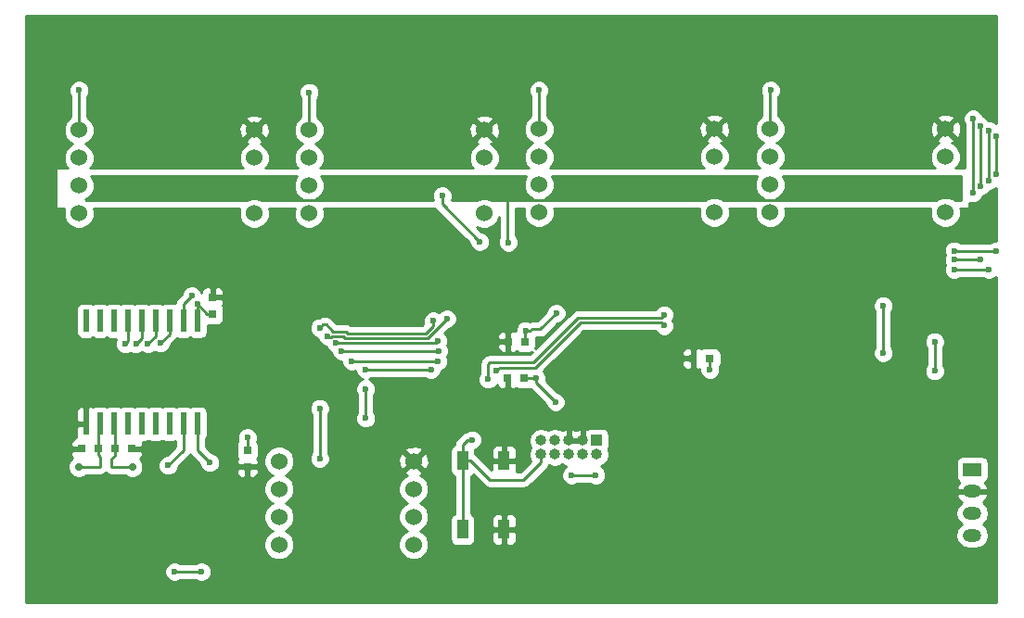
<source format=gbl>
%TF.GenerationSoftware,KiCad,Pcbnew,4.0.7*%
%TF.CreationDate,2019-07-23T20:22:45-04:00*%
%TF.ProjectId,Pressure Scanner Board,5072657373757265205363616E6E6572,rev?*%
%TF.FileFunction,Copper,L2,Bot,Signal*%
%FSLAX46Y46*%
G04 Gerber Fmt 4.6, Leading zero omitted, Abs format (unit mm)*
G04 Created by KiCad (PCBNEW 4.0.7) date 07/23/19 20:22:45*
%MOMM*%
%LPD*%
G01*
G04 APERTURE LIST*
%ADD10C,0.100000*%
%ADD11C,1.524000*%
%ADD12R,0.600000X2.000000*%
%ADD13R,1.000000X1.000000*%
%ADD14O,1.000000X1.000000*%
%ADD15R,1.000000X1.700000*%
%ADD16C,0.730000*%
%ADD17R,0.800000X0.750000*%
%ADD18R,0.750000X0.800000*%
%ADD19R,1.700000X1.200000*%
%ADD20O,1.700000X1.200000*%
%ADD21C,0.600000*%
%ADD22C,0.250000*%
%ADD23C,0.254000*%
G04 APERTURE END LIST*
D10*
D11*
X194650000Y-61080000D03*
X194650000Y-63620000D03*
X194650000Y-66160000D03*
X194650000Y-68700000D03*
X178650000Y-68700000D03*
X178650000Y-66160000D03*
X178650000Y-63620000D03*
X178650000Y-61080000D03*
D12*
X126365000Y-88012000D03*
X125095000Y-88012000D03*
X123825000Y-88012000D03*
X122555000Y-88012000D03*
X121285000Y-88012000D03*
X120015000Y-88012000D03*
X118745000Y-88012000D03*
X117475000Y-88012000D03*
X116205000Y-88012000D03*
X116205000Y-78612000D03*
X117475000Y-78612000D03*
X118745000Y-78612000D03*
X120015000Y-78612000D03*
X121285000Y-78612000D03*
X122555000Y-78612000D03*
X123825000Y-78612000D03*
X125095000Y-78612000D03*
X126365000Y-78612000D03*
D11*
X146113000Y-91440000D03*
X146113000Y-93980000D03*
X146113000Y-96520000D03*
X146113000Y-99060000D03*
X133823000Y-99060000D03*
X133823000Y-96520000D03*
X133823000Y-93980000D03*
X133823000Y-91440000D03*
D13*
X162814000Y-89535000D03*
D14*
X162814000Y-90805000D03*
X161544000Y-89535000D03*
X161544000Y-90805000D03*
X160274000Y-89535000D03*
X160274000Y-90805000D03*
X159004000Y-89535000D03*
X159004000Y-90805000D03*
X157734000Y-89535000D03*
X157734000Y-90805000D03*
D15*
X150568500Y-91376500D03*
X150568500Y-97676500D03*
X154368500Y-91376500D03*
X154368500Y-97676500D03*
D11*
X152558272Y-61170404D03*
X152558272Y-63710404D03*
X152558272Y-66250404D03*
X152558272Y-68790404D03*
X136558272Y-68790404D03*
X136558272Y-66250404D03*
X136558272Y-63710404D03*
X136558272Y-61170404D03*
X173558272Y-61090404D03*
X173558272Y-63630404D03*
X173558272Y-66170404D03*
X173558272Y-68710404D03*
X157558272Y-68710404D03*
X157558272Y-66170404D03*
X157558272Y-63630404D03*
X157558272Y-61090404D03*
X131558272Y-61170404D03*
X131558272Y-63710404D03*
X131558272Y-66250404D03*
X131558272Y-68790404D03*
X115558272Y-68790404D03*
X115558272Y-66250404D03*
X115558272Y-63710404D03*
X115558272Y-61170404D03*
D16*
X120423000Y-91948000D03*
X115543000Y-91948000D03*
D17*
X154698000Y-83820000D03*
X156198000Y-83820000D03*
X154750000Y-80500000D03*
X156250000Y-80500000D03*
X171640500Y-82042000D03*
X173140500Y-82042000D03*
D18*
X127762000Y-76466000D03*
X127762000Y-77966000D03*
D17*
X118884000Y-90297000D03*
X120384000Y-90297000D03*
D18*
X130937000Y-91936000D03*
X130937000Y-90436000D03*
D17*
X115836000Y-90297000D03*
X117336000Y-90297000D03*
D19*
X197104000Y-92202000D03*
D20*
X197104000Y-94202000D03*
X197104000Y-96202000D03*
X197104000Y-98202000D03*
D21*
X117221000Y-100584000D03*
X195897500Y-87185500D03*
X196342000Y-85344000D03*
X148971000Y-83756500D03*
X160655000Y-77406500D03*
X180213000Y-81915000D03*
X195834000Y-80137000D03*
X183642000Y-81915000D03*
X162496500Y-82042000D03*
X175387000Y-89344500D03*
X172466000Y-91503500D03*
X178943000Y-93218000D03*
X179705000Y-97409000D03*
X174815500Y-98552000D03*
X188531500Y-87757000D03*
X185737500Y-81788000D03*
X198501000Y-76390500D03*
X194373500Y-76517500D03*
X195834000Y-78867000D03*
X196342000Y-86296500D03*
X152717500Y-90805000D03*
X154305000Y-88011000D03*
X167957500Y-84518500D03*
X126238000Y-94869000D03*
X129413000Y-94869000D03*
X154686000Y-79502000D03*
X159067500Y-86042500D03*
X126365000Y-77089000D03*
X159131000Y-77914500D03*
X157289500Y-83820000D03*
X173164500Y-83058000D03*
X156337000Y-79502000D03*
X130937000Y-89281000D03*
X168973500Y-79049500D03*
X188976000Y-77216000D03*
X188976000Y-81534000D03*
X153670000Y-83185000D03*
X168973500Y-78049500D03*
X152908000Y-83947000D03*
X193675000Y-83185000D03*
X193675000Y-80518000D03*
X160528000Y-92710000D03*
X162750500Y-92710000D03*
X151447500Y-89471500D03*
X148336000Y-82296000D03*
X140462000Y-82296000D03*
X137541000Y-91186000D03*
X137541000Y-86614000D03*
X141732000Y-83058000D03*
X147701000Y-83058000D03*
X141732000Y-87503000D03*
X141732000Y-84836000D03*
X125857000Y-76327000D03*
X197167500Y-66929000D03*
X197167500Y-60134500D03*
X178689000Y-57531000D03*
X198628000Y-73914000D03*
X195453000Y-73914000D03*
X198628000Y-65786000D03*
X198628000Y-61214000D03*
X136588500Y-57721500D03*
X197866000Y-60833000D03*
X197866000Y-66294000D03*
X195453000Y-73025000D03*
X197866000Y-73025000D03*
X157543500Y-57531000D03*
X154750000Y-71438000D03*
X148717000Y-67183000D03*
X152146000Y-71374000D03*
X115570000Y-57531000D03*
X195453000Y-72199500D03*
X199326500Y-72199500D03*
X199326500Y-65214500D03*
X199326500Y-61722000D03*
X149161500Y-78422500D03*
X138234085Y-80023656D03*
X121856500Y-80708500D03*
X147891500Y-78613000D03*
X137541000Y-79248000D03*
X122999500Y-80645000D03*
X148336000Y-80454500D03*
X139001500Y-80645000D03*
X120777000Y-80708500D03*
X148399500Y-81343500D03*
X139509500Y-81343500D03*
X119761000Y-80708500D03*
X127508000Y-91567000D03*
X123698000Y-91821000D03*
X126746000Y-101536500D03*
X124269500Y-101536500D03*
D22*
X154698000Y-83820000D02*
X154698000Y-84697000D01*
X154698000Y-84697000D02*
X154686000Y-84709000D01*
X154750000Y-79566000D02*
X154750000Y-80500000D01*
X154686000Y-79502000D02*
X154750000Y-79566000D01*
X157289500Y-84264500D02*
X159067500Y-86042500D01*
X157289500Y-83820000D02*
X157289500Y-84264500D01*
X127762000Y-77966000D02*
X127242000Y-77966000D01*
X127242000Y-77966000D02*
X126365000Y-77089000D01*
X126365000Y-77089000D02*
X126365000Y-78612000D01*
X156888264Y-79375000D02*
X157670500Y-79375000D01*
X157670500Y-79375000D02*
X159131000Y-77914500D01*
X156337000Y-79502000D02*
X156761264Y-79502000D01*
X156761264Y-79502000D02*
X156888264Y-79375000D01*
X156198000Y-83820000D02*
X157289500Y-83820000D01*
X173140500Y-82042000D02*
X173140500Y-83034000D01*
X173140500Y-83034000D02*
X173164500Y-83058000D01*
X156250000Y-79589000D02*
X156250000Y-80500000D01*
X156337000Y-79502000D02*
X156250000Y-79589000D01*
X130937000Y-90436000D02*
X130937000Y-89281000D01*
X188976000Y-77216000D02*
X188976000Y-81534000D01*
X168700999Y-78776999D02*
X168973500Y-79049500D01*
X153670000Y-83185000D02*
X153953000Y-82902000D01*
X161320733Y-78776999D02*
X168700999Y-78776999D01*
X153953000Y-82902000D02*
X157195732Y-82902000D01*
X157195732Y-82902000D02*
X161320733Y-78776999D01*
X161132267Y-78322001D02*
X168700999Y-78322001D01*
X152908000Y-83947000D02*
X152908000Y-82550000D01*
X152908000Y-82550000D02*
X153035000Y-82423000D01*
X153035000Y-82423000D02*
X157031268Y-82423000D01*
X157031268Y-82423000D02*
X161132267Y-78322001D01*
X168700999Y-78322001D02*
X168973500Y-78049500D01*
X193675000Y-80518000D02*
X193675000Y-83185000D01*
X162750500Y-92710000D02*
X160528000Y-92710000D01*
X150568500Y-97676500D02*
X150568500Y-91376500D01*
X151447500Y-89471500D02*
X151023236Y-89471500D01*
X151023236Y-89471500D02*
X150568500Y-89926236D01*
X150568500Y-89926236D02*
X150568500Y-91376500D01*
X156146500Y-93154500D02*
X153096500Y-93154500D01*
X153096500Y-93154500D02*
X151318500Y-91376500D01*
X151318500Y-91376500D02*
X150568500Y-91376500D01*
X157734000Y-91567000D02*
X156146500Y-93154500D01*
X157734000Y-90805000D02*
X157734000Y-91567000D01*
X140462000Y-82296000D02*
X148336000Y-82296000D01*
X137541000Y-86614000D02*
X137541000Y-91186000D01*
X141732000Y-87503000D02*
X141732000Y-84836000D01*
X147701000Y-83058000D02*
X141732000Y-83058000D01*
X125095000Y-78612000D02*
X125095000Y-77089000D01*
X125095000Y-77089000D02*
X125857000Y-76327000D01*
X178650000Y-61080000D02*
X178650000Y-57570000D01*
X197167500Y-60134500D02*
X197167500Y-66929000D01*
X178650000Y-57570000D02*
X178689000Y-57531000D01*
X136558272Y-61170404D02*
X136558272Y-57751728D01*
X198628000Y-73914000D02*
X195453000Y-73914000D01*
X198628000Y-61214000D02*
X198628000Y-65786000D01*
X136558272Y-57751728D02*
X136588500Y-57721500D01*
X157558272Y-61090404D02*
X157558272Y-57545772D01*
X197866000Y-60833000D02*
X197866000Y-66294000D01*
X197866000Y-73025000D02*
X195453000Y-73025000D01*
X157558272Y-57545772D02*
X157543500Y-57531000D01*
X154686000Y-71374000D02*
X154686000Y-67056000D01*
X154750000Y-71438000D02*
X154686000Y-71374000D01*
X173558272Y-66170404D02*
X175644404Y-66170404D01*
X177038000Y-67564000D02*
X179705000Y-67564000D01*
X175644404Y-66170404D02*
X177038000Y-67564000D01*
X152558272Y-66250404D02*
X155531404Y-66250404D01*
X156845000Y-67564000D02*
X159131000Y-67564000D01*
X155531404Y-66250404D02*
X156845000Y-67564000D01*
X131558272Y-66250404D02*
X133560404Y-66250404D01*
X134874000Y-67564000D02*
X138176000Y-67564000D01*
X133560404Y-66250404D02*
X134874000Y-67564000D01*
X148717000Y-67945000D02*
X148717000Y-67183000D01*
X152146000Y-71374000D02*
X148717000Y-67945000D01*
X115558272Y-57542728D02*
X115570000Y-57531000D01*
X115558272Y-61170404D02*
X115558272Y-57542728D01*
X199326500Y-72199500D02*
X195453000Y-72199500D01*
X199326500Y-61722000D02*
X199326500Y-65214500D01*
X139821490Y-80194990D02*
X147389010Y-80194990D01*
X147389010Y-80194990D02*
X149161500Y-78422500D01*
X138234085Y-80023656D02*
X138347429Y-80137000D01*
X138347429Y-80137000D02*
X138584498Y-80137000D01*
X138701499Y-80019999D02*
X139646499Y-80019999D01*
X138584498Y-80137000D02*
X138701499Y-80019999D01*
X139646499Y-80019999D02*
X139821490Y-80194990D01*
X122555000Y-78612000D02*
X122555000Y-80010000D01*
X122555000Y-80010000D02*
X121856500Y-80708500D01*
X147202610Y-79744980D02*
X147891500Y-79056090D01*
X147891500Y-79056090D02*
X147891500Y-78613000D01*
X140069980Y-79744980D02*
X147202610Y-79744980D01*
X138751989Y-79569989D02*
X139894989Y-79569989D01*
X139894989Y-79569989D02*
X140069980Y-79744980D01*
X137541000Y-79248000D02*
X137840999Y-78948001D01*
X137840999Y-78948001D02*
X138130001Y-78948001D01*
X138130001Y-78948001D02*
X138751989Y-79569989D01*
X123825000Y-78612000D02*
X123825000Y-79819500D01*
X123825000Y-79819500D02*
X122999500Y-80645000D01*
X139001500Y-80645000D02*
X148145500Y-80645000D01*
X148145500Y-80645000D02*
X148336000Y-80454500D01*
X121285000Y-78612000D02*
X121285000Y-80200500D01*
X121285000Y-80200500D02*
X120777000Y-80708500D01*
X139509500Y-81343500D02*
X148399500Y-81343500D01*
X120015000Y-78612000D02*
X120015000Y-80454500D01*
X120015000Y-80454500D02*
X119761000Y-80708500D01*
X126365000Y-88012000D02*
X126365000Y-90424000D01*
X126365000Y-90424000D02*
X127508000Y-91567000D01*
X125095000Y-90424000D02*
X123698000Y-91821000D01*
X125095000Y-88012000D02*
X125095000Y-90424000D01*
X118884000Y-90297000D02*
X118884000Y-88151000D01*
X118884000Y-88151000D02*
X118745000Y-88012000D01*
X118884000Y-90897000D02*
X118508000Y-91273000D01*
X118508000Y-91273000D02*
X118508000Y-91948000D01*
X118508000Y-91948000D02*
X120423000Y-91948000D01*
X118884000Y-90297000D02*
X118884000Y-90897000D01*
X117336000Y-90297000D02*
X117336000Y-88151000D01*
X117336000Y-88151000D02*
X117475000Y-88012000D01*
X117336000Y-90897000D02*
X117458000Y-91019000D01*
X117458000Y-91948000D02*
X115543000Y-91948000D01*
X117458000Y-91019000D02*
X117458000Y-91948000D01*
X117336000Y-90297000D02*
X117336000Y-90897000D01*
X117475000Y-88012000D02*
X117475000Y-88712000D01*
X124269500Y-101536500D02*
X126746000Y-101536500D01*
D23*
G36*
X135374643Y-65458034D02*
X135161515Y-65971304D01*
X135161030Y-66527065D01*
X135373262Y-67040707D01*
X135765902Y-67434033D01*
X135973784Y-67520353D01*
X135868150Y-67564000D01*
X132247628Y-67564000D01*
X131837372Y-67393647D01*
X131281611Y-67393162D01*
X130868150Y-67564000D01*
X116247628Y-67564000D01*
X116142760Y-67520455D01*
X116348575Y-67435414D01*
X116741901Y-67042774D01*
X116955029Y-66529504D01*
X116955514Y-65973743D01*
X116743282Y-65460101D01*
X116688277Y-65405000D01*
X135427770Y-65405000D01*
X135374643Y-65458034D01*
X135374643Y-65458034D01*
G37*
X135374643Y-65458034D02*
X135161515Y-65971304D01*
X135161030Y-66527065D01*
X135373262Y-67040707D01*
X135765902Y-67434033D01*
X135973784Y-67520353D01*
X135868150Y-67564000D01*
X132247628Y-67564000D01*
X131837372Y-67393647D01*
X131281611Y-67393162D01*
X130868150Y-67564000D01*
X116247628Y-67564000D01*
X116142760Y-67520455D01*
X116348575Y-67435414D01*
X116741901Y-67042774D01*
X116955029Y-66529504D01*
X116955514Y-65973743D01*
X116743282Y-65460101D01*
X116688277Y-65405000D01*
X135427770Y-65405000D01*
X135374643Y-65458034D01*
G36*
X156161515Y-65891304D02*
X156161030Y-66447065D01*
X156373262Y-66960707D01*
X156765902Y-67354033D01*
X156973784Y-67440353D01*
X156767969Y-67525394D01*
X156729296Y-67564000D01*
X153247628Y-67564000D01*
X152837372Y-67393647D01*
X152281611Y-67393162D01*
X151868150Y-67564000D01*
X149571198Y-67564000D01*
X149651838Y-67369799D01*
X149652162Y-66997833D01*
X149510117Y-66654057D01*
X149247327Y-66390808D01*
X148903799Y-66248162D01*
X148531833Y-66247838D01*
X148188057Y-66389883D01*
X147924808Y-66652673D01*
X147782162Y-66996201D01*
X147781838Y-67368167D01*
X147862754Y-67564000D01*
X137247628Y-67564000D01*
X137142760Y-67520455D01*
X137348575Y-67435414D01*
X137741901Y-67042774D01*
X137955029Y-66529504D01*
X137955514Y-65973743D01*
X137743282Y-65460101D01*
X137688277Y-65405000D01*
X156363446Y-65405000D01*
X156161515Y-65891304D01*
X156161515Y-65891304D01*
G37*
X156161515Y-65891304D02*
X156161030Y-66447065D01*
X156373262Y-66960707D01*
X156765902Y-67354033D01*
X156973784Y-67440353D01*
X156767969Y-67525394D01*
X156729296Y-67564000D01*
X153247628Y-67564000D01*
X152837372Y-67393647D01*
X152281611Y-67393162D01*
X151868150Y-67564000D01*
X149571198Y-67564000D01*
X149651838Y-67369799D01*
X149652162Y-66997833D01*
X149510117Y-66654057D01*
X149247327Y-66390808D01*
X148903799Y-66248162D01*
X148531833Y-66247838D01*
X148188057Y-66389883D01*
X147924808Y-66652673D01*
X147782162Y-66996201D01*
X147781838Y-67368167D01*
X147862754Y-67564000D01*
X137247628Y-67564000D01*
X137142760Y-67520455D01*
X137348575Y-67435414D01*
X137741901Y-67042774D01*
X137955029Y-66529504D01*
X137955514Y-65973743D01*
X137743282Y-65460101D01*
X137688277Y-65405000D01*
X156363446Y-65405000D01*
X156161515Y-65891304D01*
G36*
X177253243Y-65880900D02*
X177252758Y-66436661D01*
X177464990Y-66950303D01*
X177857630Y-67343629D01*
X178065512Y-67429949D01*
X177859697Y-67514990D01*
X177810601Y-67564000D01*
X174387802Y-67564000D01*
X174350642Y-67526775D01*
X173837372Y-67313647D01*
X173281611Y-67313162D01*
X172767969Y-67525394D01*
X172729296Y-67564000D01*
X158387802Y-67564000D01*
X158350642Y-67526775D01*
X158142760Y-67440455D01*
X158348575Y-67355414D01*
X158741901Y-66962774D01*
X158955029Y-66449504D01*
X158955514Y-65893743D01*
X158753570Y-65405000D01*
X177450854Y-65405000D01*
X177253243Y-65880900D01*
X177253243Y-65880900D01*
G37*
X177253243Y-65880900D02*
X177252758Y-66436661D01*
X177464990Y-66950303D01*
X177857630Y-67343629D01*
X178065512Y-67429949D01*
X177859697Y-67514990D01*
X177810601Y-67564000D01*
X174387802Y-67564000D01*
X174350642Y-67526775D01*
X173837372Y-67313647D01*
X173281611Y-67313162D01*
X172767969Y-67525394D01*
X172729296Y-67564000D01*
X158387802Y-67564000D01*
X158350642Y-67526775D01*
X158142760Y-67440455D01*
X158348575Y-67355414D01*
X158741901Y-66962774D01*
X158955029Y-66449504D01*
X158955514Y-65893743D01*
X158753570Y-65405000D01*
X177450854Y-65405000D01*
X177253243Y-65880900D01*
G36*
X196088000Y-67564000D02*
X195489916Y-67564000D01*
X195442370Y-67516371D01*
X194929100Y-67303243D01*
X194373339Y-67302758D01*
X193859697Y-67514990D01*
X193810601Y-67564000D01*
X179489916Y-67564000D01*
X179442370Y-67516371D01*
X179234488Y-67430051D01*
X179440303Y-67345010D01*
X179833629Y-66952370D01*
X180046757Y-66439100D01*
X180047242Y-65883339D01*
X179849597Y-65405000D01*
X196088000Y-65405000D01*
X196088000Y-67564000D01*
X196088000Y-67564000D01*
G37*
X196088000Y-67564000D02*
X195489916Y-67564000D01*
X195442370Y-67516371D01*
X194929100Y-67303243D01*
X194373339Y-67302758D01*
X193859697Y-67514990D01*
X193810601Y-67564000D01*
X179489916Y-67564000D01*
X179442370Y-67516371D01*
X179234488Y-67430051D01*
X179440303Y-67345010D01*
X179833629Y-66952370D01*
X180046757Y-66439100D01*
X180047242Y-65883339D01*
X179849597Y-65405000D01*
X196088000Y-65405000D01*
X196088000Y-67564000D01*
G36*
X199290000Y-60553711D02*
X199158327Y-60421808D01*
X198814799Y-60279162D01*
X198634108Y-60279005D01*
X198396327Y-60040808D01*
X198087467Y-59912557D01*
X197960617Y-59605557D01*
X197697827Y-59342308D01*
X197354299Y-59199662D01*
X196982333Y-59199338D01*
X196638557Y-59341383D01*
X196375308Y-59604173D01*
X196232662Y-59947701D01*
X196232338Y-60319667D01*
X196374383Y-60663443D01*
X196407500Y-60696618D01*
X196407500Y-64643000D01*
X195602596Y-64643000D01*
X195833629Y-64412370D01*
X196046757Y-63899100D01*
X196047242Y-63343339D01*
X195835010Y-62829697D01*
X195442370Y-62436371D01*
X195250273Y-62356605D01*
X195381143Y-62302397D01*
X195450608Y-62060213D01*
X194650000Y-61259605D01*
X193849392Y-62060213D01*
X193918857Y-62302397D01*
X194059318Y-62352509D01*
X193859697Y-62434990D01*
X193466371Y-62827630D01*
X193253243Y-63340900D01*
X193252758Y-63896661D01*
X193464990Y-64410303D01*
X193697281Y-64643000D01*
X179602596Y-64643000D01*
X179833629Y-64412370D01*
X180046757Y-63899100D01*
X180047242Y-63343339D01*
X179835010Y-62829697D01*
X179442370Y-62436371D01*
X179234488Y-62350051D01*
X179440303Y-62265010D01*
X179833629Y-61872370D01*
X180046757Y-61359100D01*
X180047181Y-60872302D01*
X193240856Y-60872302D01*
X193268638Y-61427368D01*
X193427603Y-61811143D01*
X193669787Y-61880608D01*
X194470395Y-61080000D01*
X194829605Y-61080000D01*
X195630213Y-61880608D01*
X195872397Y-61811143D01*
X196059144Y-61287698D01*
X196031362Y-60732632D01*
X195872397Y-60348857D01*
X195630213Y-60279392D01*
X194829605Y-61080000D01*
X194470395Y-61080000D01*
X193669787Y-60279392D01*
X193427603Y-60348857D01*
X193240856Y-60872302D01*
X180047181Y-60872302D01*
X180047242Y-60803339D01*
X179835010Y-60289697D01*
X179645432Y-60099787D01*
X193849392Y-60099787D01*
X194650000Y-60900395D01*
X195450608Y-60099787D01*
X195381143Y-59857603D01*
X194857698Y-59670856D01*
X194302632Y-59698638D01*
X193918857Y-59857603D01*
X193849392Y-60099787D01*
X179645432Y-60099787D01*
X179442370Y-59896371D01*
X179410000Y-59882930D01*
X179410000Y-58132395D01*
X179481192Y-58061327D01*
X179623838Y-57717799D01*
X179624162Y-57345833D01*
X179482117Y-57002057D01*
X179219327Y-56738808D01*
X178875799Y-56596162D01*
X178503833Y-56595838D01*
X178160057Y-56737883D01*
X177896808Y-57000673D01*
X177754162Y-57344201D01*
X177753838Y-57716167D01*
X177890000Y-58045705D01*
X177890000Y-59882469D01*
X177859697Y-59894990D01*
X177466371Y-60287630D01*
X177253243Y-60800900D01*
X177252758Y-61356661D01*
X177464990Y-61870303D01*
X177857630Y-62263629D01*
X178065512Y-62349949D01*
X177859697Y-62434990D01*
X177466371Y-62827630D01*
X177253243Y-63340900D01*
X177252758Y-63896661D01*
X177464990Y-64410303D01*
X177697281Y-64643000D01*
X174521290Y-64643000D01*
X174741901Y-64422774D01*
X174955029Y-63909504D01*
X174955514Y-63353743D01*
X174743282Y-62840101D01*
X174350642Y-62446775D01*
X174158545Y-62367009D01*
X174289415Y-62312801D01*
X174358880Y-62070617D01*
X173558272Y-61270009D01*
X172757664Y-62070617D01*
X172827129Y-62312801D01*
X172967590Y-62362913D01*
X172767969Y-62445394D01*
X172374643Y-62838034D01*
X172161515Y-63351304D01*
X172161030Y-63907065D01*
X172373262Y-64420707D01*
X172595167Y-64643000D01*
X158521290Y-64643000D01*
X158741901Y-64422774D01*
X158955029Y-63909504D01*
X158955514Y-63353743D01*
X158743282Y-62840101D01*
X158350642Y-62446775D01*
X158142760Y-62360455D01*
X158348575Y-62275414D01*
X158741901Y-61882774D01*
X158955029Y-61369504D01*
X158955453Y-60882706D01*
X172149128Y-60882706D01*
X172176910Y-61437772D01*
X172335875Y-61821547D01*
X172578059Y-61891012D01*
X173378667Y-61090404D01*
X173737877Y-61090404D01*
X174538485Y-61891012D01*
X174780669Y-61821547D01*
X174967416Y-61298102D01*
X174939634Y-60743036D01*
X174780669Y-60359261D01*
X174538485Y-60289796D01*
X173737877Y-61090404D01*
X173378667Y-61090404D01*
X172578059Y-60289796D01*
X172335875Y-60359261D01*
X172149128Y-60882706D01*
X158955453Y-60882706D01*
X158955514Y-60813743D01*
X158743282Y-60300101D01*
X158553704Y-60110191D01*
X172757664Y-60110191D01*
X173558272Y-60910799D01*
X174358880Y-60110191D01*
X174289415Y-59868007D01*
X173765970Y-59681260D01*
X173210904Y-59709042D01*
X172827129Y-59868007D01*
X172757664Y-60110191D01*
X158553704Y-60110191D01*
X158350642Y-59906775D01*
X158318272Y-59893334D01*
X158318272Y-58078717D01*
X158335692Y-58061327D01*
X158478338Y-57717799D01*
X158478662Y-57345833D01*
X158336617Y-57002057D01*
X158073827Y-56738808D01*
X157730299Y-56596162D01*
X157358333Y-56595838D01*
X157014557Y-56737883D01*
X156751308Y-57000673D01*
X156608662Y-57344201D01*
X156608338Y-57716167D01*
X156750383Y-58059943D01*
X156798272Y-58107916D01*
X156798272Y-59892873D01*
X156767969Y-59905394D01*
X156374643Y-60298034D01*
X156161515Y-60811304D01*
X156161030Y-61367065D01*
X156373262Y-61880707D01*
X156765902Y-62274033D01*
X156973784Y-62360353D01*
X156767969Y-62445394D01*
X156374643Y-62838034D01*
X156161515Y-63351304D01*
X156161030Y-63907065D01*
X156373262Y-64420707D01*
X156595167Y-64643000D01*
X153601430Y-64643000D01*
X153741901Y-64502774D01*
X153955029Y-63989504D01*
X153955514Y-63433743D01*
X153743282Y-62920101D01*
X153350642Y-62526775D01*
X153158545Y-62447009D01*
X153289415Y-62392801D01*
X153358880Y-62150617D01*
X152558272Y-61350009D01*
X151757664Y-62150617D01*
X151827129Y-62392801D01*
X151967590Y-62442913D01*
X151767969Y-62525394D01*
X151374643Y-62918034D01*
X151161515Y-63431304D01*
X151161030Y-63987065D01*
X151373262Y-64500707D01*
X151515307Y-64643000D01*
X137601430Y-64643000D01*
X137741901Y-64502774D01*
X137955029Y-63989504D01*
X137955514Y-63433743D01*
X137743282Y-62920101D01*
X137350642Y-62526775D01*
X137142760Y-62440455D01*
X137348575Y-62355414D01*
X137741901Y-61962774D01*
X137955029Y-61449504D01*
X137955453Y-60962706D01*
X151149128Y-60962706D01*
X151176910Y-61517772D01*
X151335875Y-61901547D01*
X151578059Y-61971012D01*
X152378667Y-61170404D01*
X152737877Y-61170404D01*
X153538485Y-61971012D01*
X153780669Y-61901547D01*
X153967416Y-61378102D01*
X153939634Y-60823036D01*
X153780669Y-60439261D01*
X153538485Y-60369796D01*
X152737877Y-61170404D01*
X152378667Y-61170404D01*
X151578059Y-60369796D01*
X151335875Y-60439261D01*
X151149128Y-60962706D01*
X137955453Y-60962706D01*
X137955514Y-60893743D01*
X137743282Y-60380101D01*
X137553704Y-60190191D01*
X151757664Y-60190191D01*
X152558272Y-60990799D01*
X153358880Y-60190191D01*
X153289415Y-59948007D01*
X152765970Y-59761260D01*
X152210904Y-59789042D01*
X151827129Y-59948007D01*
X151757664Y-60190191D01*
X137553704Y-60190191D01*
X137350642Y-59986775D01*
X137318272Y-59973334D01*
X137318272Y-58314138D01*
X137380692Y-58251827D01*
X137523338Y-57908299D01*
X137523662Y-57536333D01*
X137381617Y-57192557D01*
X137118827Y-56929308D01*
X136775299Y-56786662D01*
X136403333Y-56786338D01*
X136059557Y-56928383D01*
X135796308Y-57191173D01*
X135653662Y-57534701D01*
X135653338Y-57906667D01*
X135795383Y-58250443D01*
X135798272Y-58253337D01*
X135798272Y-59972873D01*
X135767969Y-59985394D01*
X135374643Y-60378034D01*
X135161515Y-60891304D01*
X135161030Y-61447065D01*
X135373262Y-61960707D01*
X135765902Y-62354033D01*
X135973784Y-62440353D01*
X135767969Y-62525394D01*
X135374643Y-62918034D01*
X135161515Y-63431304D01*
X135161030Y-63987065D01*
X135373262Y-64500707D01*
X135515307Y-64643000D01*
X132601430Y-64643000D01*
X132741901Y-64502774D01*
X132955029Y-63989504D01*
X132955514Y-63433743D01*
X132743282Y-62920101D01*
X132350642Y-62526775D01*
X132158545Y-62447009D01*
X132289415Y-62392801D01*
X132358880Y-62150617D01*
X131558272Y-61350009D01*
X130757664Y-62150617D01*
X130827129Y-62392801D01*
X130967590Y-62442913D01*
X130767969Y-62525394D01*
X130374643Y-62918034D01*
X130161515Y-63431304D01*
X130161030Y-63987065D01*
X130373262Y-64500707D01*
X130515307Y-64643000D01*
X116601430Y-64643000D01*
X116741901Y-64502774D01*
X116955029Y-63989504D01*
X116955514Y-63433743D01*
X116743282Y-62920101D01*
X116350642Y-62526775D01*
X116142760Y-62440455D01*
X116348575Y-62355414D01*
X116741901Y-61962774D01*
X116955029Y-61449504D01*
X116955453Y-60962706D01*
X130149128Y-60962706D01*
X130176910Y-61517772D01*
X130335875Y-61901547D01*
X130578059Y-61971012D01*
X131378667Y-61170404D01*
X131737877Y-61170404D01*
X132538485Y-61971012D01*
X132780669Y-61901547D01*
X132967416Y-61378102D01*
X132939634Y-60823036D01*
X132780669Y-60439261D01*
X132538485Y-60369796D01*
X131737877Y-61170404D01*
X131378667Y-61170404D01*
X130578059Y-60369796D01*
X130335875Y-60439261D01*
X130149128Y-60962706D01*
X116955453Y-60962706D01*
X116955514Y-60893743D01*
X116743282Y-60380101D01*
X116553704Y-60190191D01*
X130757664Y-60190191D01*
X131558272Y-60990799D01*
X132358880Y-60190191D01*
X132289415Y-59948007D01*
X131765970Y-59761260D01*
X131210904Y-59789042D01*
X130827129Y-59948007D01*
X130757664Y-60190191D01*
X116553704Y-60190191D01*
X116350642Y-59986775D01*
X116318272Y-59973334D01*
X116318272Y-58105170D01*
X116362192Y-58061327D01*
X116504838Y-57717799D01*
X116505162Y-57345833D01*
X116363117Y-57002057D01*
X116100327Y-56738808D01*
X115756799Y-56596162D01*
X115384833Y-56595838D01*
X115041057Y-56737883D01*
X114777808Y-57000673D01*
X114635162Y-57344201D01*
X114634838Y-57716167D01*
X114776883Y-58059943D01*
X114798272Y-58081369D01*
X114798272Y-59972873D01*
X114767969Y-59985394D01*
X114374643Y-60378034D01*
X114161515Y-60891304D01*
X114161030Y-61447065D01*
X114373262Y-61960707D01*
X114765902Y-62354033D01*
X114973784Y-62440353D01*
X114767969Y-62525394D01*
X114374643Y-62918034D01*
X114161515Y-63431304D01*
X114161030Y-63987065D01*
X114373262Y-64500707D01*
X114515307Y-64643000D01*
X113538000Y-64643000D01*
X113488590Y-64653006D01*
X113446965Y-64681447D01*
X113419685Y-64723841D01*
X113411000Y-64770000D01*
X113411000Y-68199000D01*
X113421006Y-68248410D01*
X113449447Y-68290035D01*
X113491841Y-68317315D01*
X113538000Y-68326000D01*
X114238460Y-68326000D01*
X114161515Y-68511304D01*
X114161030Y-69067065D01*
X114373262Y-69580707D01*
X114765902Y-69974033D01*
X115279172Y-70187161D01*
X115834933Y-70187646D01*
X116348575Y-69975414D01*
X116741901Y-69582774D01*
X116955029Y-69069504D01*
X116955514Y-68513743D01*
X116877940Y-68326000D01*
X130238460Y-68326000D01*
X130161515Y-68511304D01*
X130161030Y-69067065D01*
X130373262Y-69580707D01*
X130765902Y-69974033D01*
X131279172Y-70187161D01*
X131834933Y-70187646D01*
X132348575Y-69975414D01*
X132741901Y-69582774D01*
X132955029Y-69069504D01*
X132955514Y-68513743D01*
X132877940Y-68326000D01*
X135238460Y-68326000D01*
X135161515Y-68511304D01*
X135161030Y-69067065D01*
X135373262Y-69580707D01*
X135765902Y-69974033D01*
X136279172Y-70187161D01*
X136834933Y-70187646D01*
X137348575Y-69975414D01*
X137741901Y-69582774D01*
X137955029Y-69069504D01*
X137955514Y-68513743D01*
X137877940Y-68326000D01*
X148075095Y-68326000D01*
X148179599Y-68482401D01*
X151210878Y-71513680D01*
X151210838Y-71559167D01*
X151352883Y-71902943D01*
X151615673Y-72166192D01*
X151959201Y-72308838D01*
X152331167Y-72309162D01*
X152674943Y-72167117D01*
X152938192Y-71904327D01*
X153080838Y-71560799D01*
X153081162Y-71188833D01*
X152939117Y-70845057D01*
X152676327Y-70581808D01*
X152332799Y-70439162D01*
X152285923Y-70439121D01*
X151859842Y-70013040D01*
X152279172Y-70187161D01*
X152834933Y-70187646D01*
X153348575Y-69975414D01*
X153741901Y-69582774D01*
X153926000Y-69139414D01*
X153926000Y-70984275D01*
X153815162Y-71251201D01*
X153814838Y-71623167D01*
X153956883Y-71966943D01*
X154219673Y-72230192D01*
X154563201Y-72372838D01*
X154935167Y-72373162D01*
X155278943Y-72231117D01*
X155542192Y-71968327D01*
X155684838Y-71624799D01*
X155685162Y-71252833D01*
X155543117Y-70909057D01*
X155446000Y-70811770D01*
X155446000Y-68326000D01*
X156205241Y-68326000D01*
X156161515Y-68431304D01*
X156161030Y-68987065D01*
X156373262Y-69500707D01*
X156765902Y-69894033D01*
X157279172Y-70107161D01*
X157834933Y-70107646D01*
X158348575Y-69895414D01*
X158741901Y-69502774D01*
X158955029Y-68989504D01*
X158955514Y-68433743D01*
X158910995Y-68326000D01*
X172205241Y-68326000D01*
X172161515Y-68431304D01*
X172161030Y-68987065D01*
X172373262Y-69500707D01*
X172765902Y-69894033D01*
X173279172Y-70107161D01*
X173834933Y-70107646D01*
X174348575Y-69895414D01*
X174741901Y-69502774D01*
X174955029Y-68989504D01*
X174955514Y-68433743D01*
X174910996Y-68326000D01*
X177292649Y-68326000D01*
X177253243Y-68420900D01*
X177252758Y-68976661D01*
X177464990Y-69490303D01*
X177857630Y-69883629D01*
X178370900Y-70096757D01*
X178926661Y-70097242D01*
X179440303Y-69885010D01*
X179833629Y-69492370D01*
X180046757Y-68979100D01*
X180047242Y-68423339D01*
X180007022Y-68326000D01*
X193292649Y-68326000D01*
X193253243Y-68420900D01*
X193252758Y-68976661D01*
X193464990Y-69490303D01*
X193857630Y-69883629D01*
X194370900Y-70096757D01*
X194926661Y-70097242D01*
X195440303Y-69885010D01*
X195833629Y-69492370D01*
X196046757Y-68979100D01*
X196047242Y-68423339D01*
X196007022Y-68326000D01*
X196723000Y-68326000D01*
X196772410Y-68315994D01*
X196814035Y-68287553D01*
X196841315Y-68245159D01*
X196850000Y-68199000D01*
X196850000Y-67809566D01*
X196980701Y-67863838D01*
X197352667Y-67864162D01*
X197696443Y-67722117D01*
X197959692Y-67459327D01*
X198056114Y-67227118D01*
X198394943Y-67087117D01*
X198658192Y-66824327D01*
X198701071Y-66721064D01*
X198813167Y-66721162D01*
X199156943Y-66579117D01*
X199290000Y-66446292D01*
X199290000Y-71264467D01*
X199141333Y-71264338D01*
X198797557Y-71406383D01*
X198764382Y-71439500D01*
X196015463Y-71439500D01*
X195983327Y-71407308D01*
X195639799Y-71264662D01*
X195267833Y-71264338D01*
X194924057Y-71406383D01*
X194660808Y-71669173D01*
X194518162Y-72012701D01*
X194517838Y-72384667D01*
X194611929Y-72612386D01*
X194518162Y-72838201D01*
X194517838Y-73210167D01*
X194625080Y-73469714D01*
X194518162Y-73727201D01*
X194517838Y-74099167D01*
X194659883Y-74442943D01*
X194922673Y-74706192D01*
X195266201Y-74848838D01*
X195638167Y-74849162D01*
X195981943Y-74707117D01*
X196015118Y-74674000D01*
X198065537Y-74674000D01*
X198097673Y-74706192D01*
X198441201Y-74848838D01*
X198813167Y-74849162D01*
X199156943Y-74707117D01*
X199290000Y-74574292D01*
X199290000Y-104290000D01*
X110710000Y-104290000D01*
X110710000Y-101721667D01*
X123334338Y-101721667D01*
X123476383Y-102065443D01*
X123739173Y-102328692D01*
X124082701Y-102471338D01*
X124454667Y-102471662D01*
X124798443Y-102329617D01*
X124831618Y-102296500D01*
X126183537Y-102296500D01*
X126215673Y-102328692D01*
X126559201Y-102471338D01*
X126931167Y-102471662D01*
X127274943Y-102329617D01*
X127538192Y-102066827D01*
X127680838Y-101723299D01*
X127681162Y-101351333D01*
X127539117Y-101007557D01*
X127276327Y-100744308D01*
X126932799Y-100601662D01*
X126560833Y-100601338D01*
X126217057Y-100743383D01*
X126183882Y-100776500D01*
X124831963Y-100776500D01*
X124799827Y-100744308D01*
X124456299Y-100601662D01*
X124084333Y-100601338D01*
X123740557Y-100743383D01*
X123477308Y-101006173D01*
X123334662Y-101349701D01*
X123334338Y-101721667D01*
X110710000Y-101721667D01*
X110710000Y-92146040D01*
X114542827Y-92146040D01*
X114694747Y-92513714D01*
X114975806Y-92795264D01*
X115343215Y-92947826D01*
X115741040Y-92948173D01*
X116108714Y-92796253D01*
X116197121Y-92708000D01*
X117458000Y-92708000D01*
X117748839Y-92650148D01*
X117983000Y-92493687D01*
X118217161Y-92650148D01*
X118508000Y-92708000D01*
X119768694Y-92708000D01*
X119855806Y-92795264D01*
X120223215Y-92947826D01*
X120621040Y-92948173D01*
X120988714Y-92796253D01*
X121270264Y-92515194D01*
X121422826Y-92147785D01*
X121423173Y-91749960D01*
X121271253Y-91382286D01*
X121112496Y-91223251D01*
X121143698Y-91210327D01*
X121322327Y-91031699D01*
X121419000Y-90798310D01*
X121419000Y-90582750D01*
X121260250Y-90424000D01*
X120511000Y-90424000D01*
X120511000Y-90444000D01*
X120257000Y-90444000D01*
X120257000Y-90424000D01*
X120237000Y-90424000D01*
X120237000Y-90170000D01*
X120257000Y-90170000D01*
X120257000Y-90150000D01*
X120511000Y-90150000D01*
X120511000Y-90170000D01*
X121260250Y-90170000D01*
X121419000Y-90011250D01*
X121419000Y-89795690D01*
X121362563Y-89659440D01*
X121585000Y-89659440D01*
X121820317Y-89615162D01*
X121919528Y-89551322D01*
X122003110Y-89608431D01*
X122255000Y-89659440D01*
X122855000Y-89659440D01*
X123090317Y-89615162D01*
X123189528Y-89551322D01*
X123273110Y-89608431D01*
X123525000Y-89659440D01*
X124125000Y-89659440D01*
X124335000Y-89619926D01*
X124335000Y-90109198D01*
X123558320Y-90885878D01*
X123512833Y-90885838D01*
X123169057Y-91027883D01*
X122905808Y-91290673D01*
X122763162Y-91634201D01*
X122762838Y-92006167D01*
X122904883Y-92349943D01*
X123167673Y-92613192D01*
X123511201Y-92755838D01*
X123883167Y-92756162D01*
X124226943Y-92614117D01*
X124490192Y-92351327D01*
X124632838Y-92007799D01*
X124632879Y-91960923D01*
X125632401Y-90961401D01*
X125730000Y-90815334D01*
X125827599Y-90961401D01*
X126572878Y-91706680D01*
X126572838Y-91752167D01*
X126714883Y-92095943D01*
X126977673Y-92359192D01*
X127321201Y-92501838D01*
X127693167Y-92502162D01*
X128036943Y-92360117D01*
X128175551Y-92221750D01*
X129927000Y-92221750D01*
X129927000Y-92462309D01*
X130023673Y-92695698D01*
X130202301Y-92874327D01*
X130435690Y-92971000D01*
X130651250Y-92971000D01*
X130810000Y-92812250D01*
X130810000Y-92063000D01*
X131064000Y-92063000D01*
X131064000Y-92812250D01*
X131222750Y-92971000D01*
X131438310Y-92971000D01*
X131671699Y-92874327D01*
X131850327Y-92695698D01*
X131947000Y-92462309D01*
X131947000Y-92221750D01*
X131788250Y-92063000D01*
X131064000Y-92063000D01*
X130810000Y-92063000D01*
X130085750Y-92063000D01*
X129927000Y-92221750D01*
X128175551Y-92221750D01*
X128300192Y-92097327D01*
X128442838Y-91753799D01*
X128443162Y-91381833D01*
X128301117Y-91038057D01*
X128038327Y-90774808D01*
X127694799Y-90632162D01*
X127647923Y-90632121D01*
X127125000Y-90109198D01*
X127125000Y-90036000D01*
X129914560Y-90036000D01*
X129914560Y-90836000D01*
X129958838Y-91071317D01*
X130025329Y-91174646D01*
X130023673Y-91176302D01*
X129927000Y-91409691D01*
X129927000Y-91650250D01*
X130085750Y-91809000D01*
X130810000Y-91809000D01*
X130810000Y-91789000D01*
X131064000Y-91789000D01*
X131064000Y-91809000D01*
X131788250Y-91809000D01*
X131880589Y-91716661D01*
X132425758Y-91716661D01*
X132637990Y-92230303D01*
X133030630Y-92623629D01*
X133238512Y-92709949D01*
X133032697Y-92794990D01*
X132639371Y-93187630D01*
X132426243Y-93700900D01*
X132425758Y-94256661D01*
X132637990Y-94770303D01*
X133030630Y-95163629D01*
X133238512Y-95249949D01*
X133032697Y-95334990D01*
X132639371Y-95727630D01*
X132426243Y-96240900D01*
X132425758Y-96796661D01*
X132637990Y-97310303D01*
X133030630Y-97703629D01*
X133238512Y-97789949D01*
X133032697Y-97874990D01*
X132639371Y-98267630D01*
X132426243Y-98780900D01*
X132425758Y-99336661D01*
X132637990Y-99850303D01*
X133030630Y-100243629D01*
X133543900Y-100456757D01*
X134099661Y-100457242D01*
X134613303Y-100245010D01*
X135006629Y-99852370D01*
X135219757Y-99339100D01*
X135220242Y-98783339D01*
X135008010Y-98269697D01*
X134615370Y-97876371D01*
X134407488Y-97790051D01*
X134613303Y-97705010D01*
X135006629Y-97312370D01*
X135219757Y-96799100D01*
X135220242Y-96243339D01*
X135008010Y-95729697D01*
X134615370Y-95336371D01*
X134407488Y-95250051D01*
X134613303Y-95165010D01*
X135006629Y-94772370D01*
X135219757Y-94259100D01*
X135219759Y-94256661D01*
X144715758Y-94256661D01*
X144927990Y-94770303D01*
X145320630Y-95163629D01*
X145528512Y-95249949D01*
X145322697Y-95334990D01*
X144929371Y-95727630D01*
X144716243Y-96240900D01*
X144715758Y-96796661D01*
X144927990Y-97310303D01*
X145320630Y-97703629D01*
X145528512Y-97789949D01*
X145322697Y-97874990D01*
X144929371Y-98267630D01*
X144716243Y-98780900D01*
X144715758Y-99336661D01*
X144927990Y-99850303D01*
X145320630Y-100243629D01*
X145833900Y-100456757D01*
X146389661Y-100457242D01*
X146903303Y-100245010D01*
X147296629Y-99852370D01*
X147509757Y-99339100D01*
X147510242Y-98783339D01*
X147298010Y-98269697D01*
X146905370Y-97876371D01*
X146697488Y-97790051D01*
X146903303Y-97705010D01*
X147296629Y-97312370D01*
X147509757Y-96799100D01*
X147510242Y-96243339D01*
X147298010Y-95729697D01*
X146905370Y-95336371D01*
X146697488Y-95250051D01*
X146903303Y-95165010D01*
X147296629Y-94772370D01*
X147509757Y-94259100D01*
X147510242Y-93703339D01*
X147298010Y-93189697D01*
X146905370Y-92796371D01*
X146713273Y-92716605D01*
X146844143Y-92662397D01*
X146913608Y-92420213D01*
X146113000Y-91619605D01*
X145312392Y-92420213D01*
X145381857Y-92662397D01*
X145522318Y-92712509D01*
X145322697Y-92794990D01*
X144929371Y-93187630D01*
X144716243Y-93700900D01*
X144715758Y-94256661D01*
X135219759Y-94256661D01*
X135220242Y-93703339D01*
X135008010Y-93189697D01*
X134615370Y-92796371D01*
X134407488Y-92710051D01*
X134613303Y-92625010D01*
X135006629Y-92232370D01*
X135219757Y-91719100D01*
X135220242Y-91163339D01*
X135008010Y-90649697D01*
X134615370Y-90256371D01*
X134102100Y-90043243D01*
X133546339Y-90042758D01*
X133032697Y-90254990D01*
X132639371Y-90647630D01*
X132426243Y-91160900D01*
X132425758Y-91716661D01*
X131880589Y-91716661D01*
X131947000Y-91650250D01*
X131947000Y-91409691D01*
X131850327Y-91176302D01*
X131848957Y-91174932D01*
X131908431Y-91087890D01*
X131959440Y-90836000D01*
X131959440Y-90036000D01*
X131915162Y-89800683D01*
X131804817Y-89629202D01*
X131871838Y-89467799D01*
X131872162Y-89095833D01*
X131730117Y-88752057D01*
X131467327Y-88488808D01*
X131123799Y-88346162D01*
X130751833Y-88345838D01*
X130408057Y-88487883D01*
X130144808Y-88750673D01*
X130002162Y-89094201D01*
X130001838Y-89466167D01*
X130070036Y-89631218D01*
X129965569Y-89784110D01*
X129914560Y-90036000D01*
X127125000Y-90036000D01*
X127125000Y-89463563D01*
X127261431Y-89263890D01*
X127312440Y-89012000D01*
X127312440Y-87012000D01*
X127272393Y-86799167D01*
X136605838Y-86799167D01*
X136747883Y-87142943D01*
X136781000Y-87176118D01*
X136781000Y-90623537D01*
X136748808Y-90655673D01*
X136606162Y-90999201D01*
X136605838Y-91371167D01*
X136747883Y-91714943D01*
X137010673Y-91978192D01*
X137354201Y-92120838D01*
X137726167Y-92121162D01*
X138069943Y-91979117D01*
X138333192Y-91716327D01*
X138475838Y-91372799D01*
X138475960Y-91232302D01*
X144703856Y-91232302D01*
X144731638Y-91787368D01*
X144890603Y-92171143D01*
X145132787Y-92240608D01*
X145933395Y-91440000D01*
X146292605Y-91440000D01*
X147093213Y-92240608D01*
X147335397Y-92171143D01*
X147522144Y-91647698D01*
X147494362Y-91092632D01*
X147335397Y-90708857D01*
X147093213Y-90639392D01*
X146292605Y-91440000D01*
X145933395Y-91440000D01*
X145132787Y-90639392D01*
X144890603Y-90708857D01*
X144703856Y-91232302D01*
X138475960Y-91232302D01*
X138476162Y-91000833D01*
X138334117Y-90657057D01*
X138301000Y-90623882D01*
X138301000Y-90459787D01*
X145312392Y-90459787D01*
X146113000Y-91260395D01*
X146846895Y-90526500D01*
X149421060Y-90526500D01*
X149421060Y-92226500D01*
X149465338Y-92461817D01*
X149604410Y-92677941D01*
X149808500Y-92817390D01*
X149808500Y-96239221D01*
X149617059Y-96362410D01*
X149472069Y-96574610D01*
X149421060Y-96826500D01*
X149421060Y-98526500D01*
X149465338Y-98761817D01*
X149604410Y-98977941D01*
X149816610Y-99122931D01*
X150068500Y-99173940D01*
X151068500Y-99173940D01*
X151303817Y-99129662D01*
X151519941Y-98990590D01*
X151664931Y-98778390D01*
X151715940Y-98526500D01*
X151715940Y-97962250D01*
X153233500Y-97962250D01*
X153233500Y-98652809D01*
X153330173Y-98886198D01*
X153508801Y-99064827D01*
X153742190Y-99161500D01*
X154082750Y-99161500D01*
X154241500Y-99002750D01*
X154241500Y-97803500D01*
X154495500Y-97803500D01*
X154495500Y-99002750D01*
X154654250Y-99161500D01*
X154994810Y-99161500D01*
X155228199Y-99064827D01*
X155406827Y-98886198D01*
X155503500Y-98652809D01*
X155503500Y-97962250D01*
X155344750Y-97803500D01*
X154495500Y-97803500D01*
X154241500Y-97803500D01*
X153392250Y-97803500D01*
X153233500Y-97962250D01*
X151715940Y-97962250D01*
X151715940Y-96826500D01*
X151692174Y-96700191D01*
X153233500Y-96700191D01*
X153233500Y-97390750D01*
X153392250Y-97549500D01*
X154241500Y-97549500D01*
X154241500Y-96350250D01*
X154495500Y-96350250D01*
X154495500Y-97549500D01*
X155344750Y-97549500D01*
X155503500Y-97390750D01*
X155503500Y-96700191D01*
X155406827Y-96466802D01*
X155228199Y-96288173D01*
X155020160Y-96202000D01*
X195589907Y-96202000D01*
X195683916Y-96674614D01*
X195951630Y-97075277D01*
X196141285Y-97202000D01*
X195951630Y-97328723D01*
X195683916Y-97729386D01*
X195589907Y-98202000D01*
X195683916Y-98674614D01*
X195951630Y-99075277D01*
X196352293Y-99342991D01*
X196824907Y-99437000D01*
X197383093Y-99437000D01*
X197855707Y-99342991D01*
X198256370Y-99075277D01*
X198524084Y-98674614D01*
X198618093Y-98202000D01*
X198524084Y-97729386D01*
X198256370Y-97328723D01*
X198066715Y-97202000D01*
X198256370Y-97075277D01*
X198524084Y-96674614D01*
X198618093Y-96202000D01*
X198524084Y-95729386D01*
X198256370Y-95328723D01*
X198063109Y-95199590D01*
X198285933Y-95031125D01*
X198532286Y-94611376D01*
X198547462Y-94519609D01*
X198422731Y-94329000D01*
X197231000Y-94329000D01*
X197231000Y-94349000D01*
X196977000Y-94349000D01*
X196977000Y-94329000D01*
X195785269Y-94329000D01*
X195660538Y-94519609D01*
X195675714Y-94611376D01*
X195922067Y-95031125D01*
X196144891Y-95199590D01*
X195951630Y-95328723D01*
X195683916Y-95729386D01*
X195589907Y-96202000D01*
X155020160Y-96202000D01*
X154994810Y-96191500D01*
X154654250Y-96191500D01*
X154495500Y-96350250D01*
X154241500Y-96350250D01*
X154082750Y-96191500D01*
X153742190Y-96191500D01*
X153508801Y-96288173D01*
X153330173Y-96466802D01*
X153233500Y-96700191D01*
X151692174Y-96700191D01*
X151671662Y-96591183D01*
X151532590Y-96375059D01*
X151328500Y-96235610D01*
X151328500Y-92813779D01*
X151519941Y-92690590D01*
X151535304Y-92668106D01*
X152559099Y-93691901D01*
X152805661Y-93856648D01*
X153096500Y-93914500D01*
X156146500Y-93914500D01*
X156437339Y-93856648D01*
X156683901Y-93691901D01*
X158271401Y-92104401D01*
X158436148Y-91857839D01*
X158448650Y-91794987D01*
X158569654Y-91875839D01*
X159004000Y-91962236D01*
X159438346Y-91875839D01*
X159639000Y-91741766D01*
X159839654Y-91875839D01*
X160014310Y-91910580D01*
X159999057Y-91916883D01*
X159735808Y-92179673D01*
X159593162Y-92523201D01*
X159592838Y-92895167D01*
X159734883Y-93238943D01*
X159997673Y-93502192D01*
X160341201Y-93644838D01*
X160713167Y-93645162D01*
X161056943Y-93503117D01*
X161090118Y-93470000D01*
X162188037Y-93470000D01*
X162220173Y-93502192D01*
X162563701Y-93644838D01*
X162935667Y-93645162D01*
X163279443Y-93503117D01*
X163542692Y-93240327D01*
X163685338Y-92896799D01*
X163685662Y-92524833D01*
X163543617Y-92181057D01*
X163280827Y-91917808D01*
X163201970Y-91885064D01*
X163248346Y-91875839D01*
X163616566Y-91629802D01*
X163635142Y-91602000D01*
X195606560Y-91602000D01*
X195606560Y-92802000D01*
X195650838Y-93037317D01*
X195789910Y-93253441D01*
X195942309Y-93357571D01*
X195922067Y-93372875D01*
X195675714Y-93792624D01*
X195660538Y-93884391D01*
X195785269Y-94075000D01*
X196977000Y-94075000D01*
X196977000Y-94055000D01*
X197231000Y-94055000D01*
X197231000Y-94075000D01*
X198422731Y-94075000D01*
X198547462Y-93884391D01*
X198532286Y-93792624D01*
X198285933Y-93372875D01*
X198264580Y-93356731D01*
X198405441Y-93266090D01*
X198550431Y-93053890D01*
X198601440Y-92802000D01*
X198601440Y-91602000D01*
X198557162Y-91366683D01*
X198418090Y-91150559D01*
X198205890Y-91005569D01*
X197954000Y-90954560D01*
X196254000Y-90954560D01*
X196018683Y-90998838D01*
X195802559Y-91137910D01*
X195657569Y-91350110D01*
X195606560Y-91602000D01*
X163635142Y-91602000D01*
X163862603Y-91261582D01*
X163949000Y-90827236D01*
X163949000Y-90782764D01*
X163863908Y-90354979D01*
X163910431Y-90286890D01*
X163961440Y-90035000D01*
X163961440Y-89035000D01*
X163917162Y-88799683D01*
X163778090Y-88583559D01*
X163565890Y-88438569D01*
X163314000Y-88387560D01*
X162314000Y-88387560D01*
X162078683Y-88431838D01*
X161978968Y-88496003D01*
X161845874Y-88440881D01*
X161671000Y-88567046D01*
X161671000Y-89013075D01*
X161666560Y-89035000D01*
X161666560Y-89672143D01*
X161544000Y-89647764D01*
X161417000Y-89673026D01*
X161417000Y-89662000D01*
X160401000Y-89662000D01*
X160401000Y-89673026D01*
X160274000Y-89647764D01*
X160147000Y-89673026D01*
X160147000Y-89662000D01*
X160127000Y-89662000D01*
X160127000Y-89617564D01*
X160139000Y-89557236D01*
X160139000Y-89512764D01*
X160127000Y-89452436D01*
X160127000Y-89408000D01*
X160147000Y-89408000D01*
X160147000Y-88567046D01*
X160401000Y-88567046D01*
X160401000Y-89408000D01*
X161417000Y-89408000D01*
X161417000Y-88567046D01*
X161242126Y-88440881D01*
X160983791Y-88547873D01*
X160909000Y-88612489D01*
X160834209Y-88547873D01*
X160575874Y-88440881D01*
X160401000Y-88567046D01*
X160147000Y-88567046D01*
X159972126Y-88440881D01*
X159713791Y-88547873D01*
X159648304Y-88604451D01*
X159438346Y-88464161D01*
X159004000Y-88377764D01*
X158569654Y-88464161D01*
X158369000Y-88598234D01*
X158168346Y-88464161D01*
X157734000Y-88377764D01*
X157299654Y-88464161D01*
X156931434Y-88710198D01*
X156685397Y-89078418D01*
X156599000Y-89512764D01*
X156599000Y-89557236D01*
X156685397Y-89991582D01*
X156804612Y-90170000D01*
X156685397Y-90348418D01*
X156599000Y-90782764D01*
X156599000Y-90827236D01*
X156685397Y-91261582D01*
X156797237Y-91428961D01*
X155831698Y-92394500D01*
X155486231Y-92394500D01*
X155503500Y-92352809D01*
X155503500Y-91662250D01*
X155344750Y-91503500D01*
X154495500Y-91503500D01*
X154495500Y-91523500D01*
X154241500Y-91523500D01*
X154241500Y-91503500D01*
X153392250Y-91503500D01*
X153233500Y-91662250D01*
X153233500Y-92216698D01*
X151855901Y-90839099D01*
X151715940Y-90745580D01*
X151715940Y-90526500D01*
X151692174Y-90400191D01*
X153233500Y-90400191D01*
X153233500Y-91090750D01*
X153392250Y-91249500D01*
X154241500Y-91249500D01*
X154241500Y-90050250D01*
X154495500Y-90050250D01*
X154495500Y-91249500D01*
X155344750Y-91249500D01*
X155503500Y-91090750D01*
X155503500Y-90400191D01*
X155406827Y-90166802D01*
X155228199Y-89988173D01*
X154994810Y-89891500D01*
X154654250Y-89891500D01*
X154495500Y-90050250D01*
X154241500Y-90050250D01*
X154082750Y-89891500D01*
X153742190Y-89891500D01*
X153508801Y-89988173D01*
X153330173Y-90166802D01*
X153233500Y-90400191D01*
X151692174Y-90400191D01*
X151689010Y-90383381D01*
X151976443Y-90264617D01*
X152239692Y-90001827D01*
X152382338Y-89658299D01*
X152382662Y-89286333D01*
X152240617Y-88942557D01*
X151977827Y-88679308D01*
X151634299Y-88536662D01*
X151262333Y-88536338D01*
X150918557Y-88678383D01*
X150851078Y-88745745D01*
X150732397Y-88769352D01*
X150485835Y-88934099D01*
X150031099Y-89388835D01*
X149866352Y-89635397D01*
X149808500Y-89926236D01*
X149808500Y-89939221D01*
X149617059Y-90062410D01*
X149472069Y-90274610D01*
X149421060Y-90526500D01*
X146846895Y-90526500D01*
X146913608Y-90459787D01*
X146844143Y-90217603D01*
X146320698Y-90030856D01*
X145765632Y-90058638D01*
X145381857Y-90217603D01*
X145312392Y-90459787D01*
X138301000Y-90459787D01*
X138301000Y-87176463D01*
X138333192Y-87144327D01*
X138475838Y-86800799D01*
X138476162Y-86428833D01*
X138334117Y-86085057D01*
X138071327Y-85821808D01*
X137727799Y-85679162D01*
X137355833Y-85678838D01*
X137012057Y-85820883D01*
X136748808Y-86083673D01*
X136606162Y-86427201D01*
X136605838Y-86799167D01*
X127272393Y-86799167D01*
X127268162Y-86776683D01*
X127129090Y-86560559D01*
X126916890Y-86415569D01*
X126665000Y-86364560D01*
X126065000Y-86364560D01*
X125829683Y-86408838D01*
X125730472Y-86472678D01*
X125646890Y-86415569D01*
X125395000Y-86364560D01*
X124795000Y-86364560D01*
X124559683Y-86408838D01*
X124460472Y-86472678D01*
X124376890Y-86415569D01*
X124125000Y-86364560D01*
X123525000Y-86364560D01*
X123289683Y-86408838D01*
X123190472Y-86472678D01*
X123106890Y-86415569D01*
X122855000Y-86364560D01*
X122255000Y-86364560D01*
X122019683Y-86408838D01*
X121920472Y-86472678D01*
X121836890Y-86415569D01*
X121585000Y-86364560D01*
X120985000Y-86364560D01*
X120749683Y-86408838D01*
X120650472Y-86472678D01*
X120566890Y-86415569D01*
X120315000Y-86364560D01*
X119715000Y-86364560D01*
X119479683Y-86408838D01*
X119380472Y-86472678D01*
X119296890Y-86415569D01*
X119045000Y-86364560D01*
X118445000Y-86364560D01*
X118209683Y-86408838D01*
X118110472Y-86472678D01*
X118026890Y-86415569D01*
X117775000Y-86364560D01*
X117175000Y-86364560D01*
X116939683Y-86408838D01*
X116849020Y-86467178D01*
X116631310Y-86377000D01*
X116490750Y-86377000D01*
X116332000Y-86535750D01*
X116332000Y-87885000D01*
X116352000Y-87885000D01*
X116352000Y-88139000D01*
X116332000Y-88139000D01*
X116332000Y-88159000D01*
X116078000Y-88159000D01*
X116078000Y-88139000D01*
X115428750Y-88139000D01*
X115270000Y-88297750D01*
X115270000Y-89138309D01*
X115331590Y-89287000D01*
X115309691Y-89287000D01*
X115076302Y-89383673D01*
X114897673Y-89562301D01*
X114801000Y-89795690D01*
X114801000Y-90011250D01*
X114959750Y-90170000D01*
X115709000Y-90170000D01*
X115709000Y-90150000D01*
X115963000Y-90150000D01*
X115963000Y-90170000D01*
X115983000Y-90170000D01*
X115983000Y-90424000D01*
X115963000Y-90424000D01*
X115963000Y-90444000D01*
X115709000Y-90444000D01*
X115709000Y-90424000D01*
X114959750Y-90424000D01*
X114801000Y-90582750D01*
X114801000Y-90798310D01*
X114897673Y-91031699D01*
X114971499Y-91105524D01*
X114695736Y-91380806D01*
X114543174Y-91748215D01*
X114542827Y-92146040D01*
X110710000Y-92146040D01*
X110710000Y-86885691D01*
X115270000Y-86885691D01*
X115270000Y-87726250D01*
X115428750Y-87885000D01*
X116078000Y-87885000D01*
X116078000Y-86535750D01*
X115919250Y-86377000D01*
X115778690Y-86377000D01*
X115545301Y-86473673D01*
X115366673Y-86652302D01*
X115270000Y-86885691D01*
X110710000Y-86885691D01*
X110710000Y-77612000D01*
X115257560Y-77612000D01*
X115257560Y-79612000D01*
X115301838Y-79847317D01*
X115440910Y-80063441D01*
X115653110Y-80208431D01*
X115905000Y-80259440D01*
X116505000Y-80259440D01*
X116740317Y-80215162D01*
X116839528Y-80151322D01*
X116923110Y-80208431D01*
X117175000Y-80259440D01*
X117775000Y-80259440D01*
X118010317Y-80215162D01*
X118109528Y-80151322D01*
X118193110Y-80208431D01*
X118445000Y-80259440D01*
X118935063Y-80259440D01*
X118826162Y-80521701D01*
X118825838Y-80893667D01*
X118967883Y-81237443D01*
X119230673Y-81500692D01*
X119574201Y-81643338D01*
X119946167Y-81643662D01*
X120269371Y-81510117D01*
X120590201Y-81643338D01*
X120962167Y-81643662D01*
X121305943Y-81501617D01*
X121316538Y-81491040D01*
X121326173Y-81500692D01*
X121669701Y-81643338D01*
X122041667Y-81643662D01*
X122385443Y-81501617D01*
X122459594Y-81427596D01*
X122469173Y-81437192D01*
X122812701Y-81579838D01*
X123184667Y-81580162D01*
X123528443Y-81438117D01*
X123791692Y-81175327D01*
X123934338Y-80831799D01*
X123934379Y-80784923D01*
X124362401Y-80356901D01*
X124487153Y-80170197D01*
X124543110Y-80208431D01*
X124795000Y-80259440D01*
X125395000Y-80259440D01*
X125630317Y-80215162D01*
X125729528Y-80151322D01*
X125813110Y-80208431D01*
X126065000Y-80259440D01*
X126665000Y-80259440D01*
X126900317Y-80215162D01*
X127116441Y-80076090D01*
X127261431Y-79863890D01*
X127312440Y-79612000D01*
X127312440Y-79433167D01*
X136605838Y-79433167D01*
X136747883Y-79776943D01*
X137010673Y-80040192D01*
X137298966Y-80159902D01*
X137298923Y-80208823D01*
X137440968Y-80552599D01*
X137703758Y-80815848D01*
X138047286Y-80958494D01*
X138119387Y-80958557D01*
X138208383Y-81173943D01*
X138471173Y-81437192D01*
X138574380Y-81480048D01*
X138574338Y-81528667D01*
X138716383Y-81872443D01*
X138979173Y-82135692D01*
X139322701Y-82278338D01*
X139527015Y-82278516D01*
X139526838Y-82481167D01*
X139668883Y-82824943D01*
X139931673Y-83088192D01*
X140275201Y-83230838D01*
X140647167Y-83231162D01*
X140796902Y-83169293D01*
X140796838Y-83243167D01*
X140938883Y-83586943D01*
X141201673Y-83850192D01*
X141434961Y-83947062D01*
X141203057Y-84042883D01*
X140939808Y-84305673D01*
X140797162Y-84649201D01*
X140796838Y-85021167D01*
X140938883Y-85364943D01*
X140972000Y-85398118D01*
X140972000Y-86940537D01*
X140939808Y-86972673D01*
X140797162Y-87316201D01*
X140796838Y-87688167D01*
X140938883Y-88031943D01*
X141201673Y-88295192D01*
X141545201Y-88437838D01*
X141917167Y-88438162D01*
X142260943Y-88296117D01*
X142524192Y-88033327D01*
X142666838Y-87689799D01*
X142667162Y-87317833D01*
X142525117Y-86974057D01*
X142492000Y-86940882D01*
X142492000Y-85398463D01*
X142524192Y-85366327D01*
X142666838Y-85022799D01*
X142667162Y-84650833D01*
X142525117Y-84307057D01*
X142350532Y-84132167D01*
X151972838Y-84132167D01*
X152114883Y-84475943D01*
X152377673Y-84739192D01*
X152721201Y-84881838D01*
X153093167Y-84882162D01*
X153436943Y-84740117D01*
X153700192Y-84477327D01*
X153713925Y-84444254D01*
X153759673Y-84554699D01*
X153938302Y-84733327D01*
X154171691Y-84830000D01*
X154412250Y-84830000D01*
X154571000Y-84671250D01*
X154571000Y-83947000D01*
X154551000Y-83947000D01*
X154551000Y-83693000D01*
X154571000Y-83693000D01*
X154571000Y-83673000D01*
X154825000Y-83673000D01*
X154825000Y-83693000D01*
X154845000Y-83693000D01*
X154845000Y-83947000D01*
X154825000Y-83947000D01*
X154825000Y-84671250D01*
X154983750Y-84830000D01*
X155224309Y-84830000D01*
X155457698Y-84733327D01*
X155459068Y-84731957D01*
X155546110Y-84791431D01*
X155798000Y-84842440D01*
X156598000Y-84842440D01*
X156761814Y-84811616D01*
X158132378Y-86182180D01*
X158132338Y-86227667D01*
X158274383Y-86571443D01*
X158537173Y-86834692D01*
X158880701Y-86977338D01*
X159252667Y-86977662D01*
X159596443Y-86835617D01*
X159859692Y-86572827D01*
X160002338Y-86229299D01*
X160002662Y-85857333D01*
X159860617Y-85513557D01*
X159597827Y-85250308D01*
X159254299Y-85107662D01*
X159207423Y-85107621D01*
X158189793Y-84089991D01*
X158224338Y-84006799D01*
X158224662Y-83634833D01*
X158082617Y-83291057D01*
X157982135Y-83190399D01*
X158844784Y-82327750D01*
X170605500Y-82327750D01*
X170605500Y-82543310D01*
X170702173Y-82776699D01*
X170880802Y-82955327D01*
X171114191Y-83052000D01*
X171354750Y-83052000D01*
X171513500Y-82893250D01*
X171513500Y-82169000D01*
X170764250Y-82169000D01*
X170605500Y-82327750D01*
X158844784Y-82327750D01*
X159631844Y-81540690D01*
X170605500Y-81540690D01*
X170605500Y-81756250D01*
X170764250Y-81915000D01*
X171513500Y-81915000D01*
X171513500Y-81190750D01*
X171767500Y-81190750D01*
X171767500Y-81915000D01*
X171787500Y-81915000D01*
X171787500Y-82169000D01*
X171767500Y-82169000D01*
X171767500Y-82893250D01*
X171926250Y-83052000D01*
X172166809Y-83052000D01*
X172229527Y-83026021D01*
X172229338Y-83243167D01*
X172371383Y-83586943D01*
X172634173Y-83850192D01*
X172977701Y-83992838D01*
X173349667Y-83993162D01*
X173693443Y-83851117D01*
X173956692Y-83588327D01*
X174099338Y-83244799D01*
X174099662Y-82872833D01*
X174061194Y-82779734D01*
X174136931Y-82668890D01*
X174187940Y-82417000D01*
X174187940Y-81667000D01*
X174143662Y-81431683D01*
X174004590Y-81215559D01*
X173792390Y-81070569D01*
X173540500Y-81019560D01*
X172740500Y-81019560D01*
X172505183Y-81063838D01*
X172401854Y-81130329D01*
X172400198Y-81128673D01*
X172166809Y-81032000D01*
X171926250Y-81032000D01*
X171767500Y-81190750D01*
X171513500Y-81190750D01*
X171354750Y-81032000D01*
X171114191Y-81032000D01*
X170880802Y-81128673D01*
X170702173Y-81307301D01*
X170605500Y-81540690D01*
X159631844Y-81540690D01*
X161635535Y-79536999D01*
X168163259Y-79536999D01*
X168180383Y-79578443D01*
X168443173Y-79841692D01*
X168786701Y-79984338D01*
X169158667Y-79984662D01*
X169502443Y-79842617D01*
X169765692Y-79579827D01*
X169908338Y-79236299D01*
X169908662Y-78864333D01*
X169778431Y-78549149D01*
X169908338Y-78236299D01*
X169908662Y-77864333D01*
X169766617Y-77520557D01*
X169647436Y-77401167D01*
X188040838Y-77401167D01*
X188182883Y-77744943D01*
X188216000Y-77778118D01*
X188216000Y-80971537D01*
X188183808Y-81003673D01*
X188041162Y-81347201D01*
X188040838Y-81719167D01*
X188182883Y-82062943D01*
X188445673Y-82326192D01*
X188789201Y-82468838D01*
X189161167Y-82469162D01*
X189504943Y-82327117D01*
X189768192Y-82064327D01*
X189910838Y-81720799D01*
X189911162Y-81348833D01*
X189769117Y-81005057D01*
X189736000Y-80971882D01*
X189736000Y-80703167D01*
X192739838Y-80703167D01*
X192881883Y-81046943D01*
X192915000Y-81080118D01*
X192915000Y-82622537D01*
X192882808Y-82654673D01*
X192740162Y-82998201D01*
X192739838Y-83370167D01*
X192881883Y-83713943D01*
X193144673Y-83977192D01*
X193488201Y-84119838D01*
X193860167Y-84120162D01*
X194203943Y-83978117D01*
X194467192Y-83715327D01*
X194609838Y-83371799D01*
X194610162Y-82999833D01*
X194468117Y-82656057D01*
X194435000Y-82622882D01*
X194435000Y-81080463D01*
X194467192Y-81048327D01*
X194609838Y-80704799D01*
X194610162Y-80332833D01*
X194468117Y-79989057D01*
X194205327Y-79725808D01*
X193861799Y-79583162D01*
X193489833Y-79582838D01*
X193146057Y-79724883D01*
X192882808Y-79987673D01*
X192740162Y-80331201D01*
X192739838Y-80703167D01*
X189736000Y-80703167D01*
X189736000Y-77778463D01*
X189768192Y-77746327D01*
X189910838Y-77402799D01*
X189911162Y-77030833D01*
X189769117Y-76687057D01*
X189506327Y-76423808D01*
X189162799Y-76281162D01*
X188790833Y-76280838D01*
X188447057Y-76422883D01*
X188183808Y-76685673D01*
X188041162Y-77029201D01*
X188040838Y-77401167D01*
X169647436Y-77401167D01*
X169503827Y-77257308D01*
X169160299Y-77114662D01*
X168788333Y-77114338D01*
X168444557Y-77256383D01*
X168181308Y-77519173D01*
X168163524Y-77562001D01*
X161132267Y-77562001D01*
X160889681Y-77610255D01*
X160841427Y-77619853D01*
X160594866Y-77784600D01*
X157233175Y-81146291D01*
X157246431Y-81126890D01*
X157297440Y-80875000D01*
X157297440Y-80135000D01*
X157670500Y-80135000D01*
X157961339Y-80077148D01*
X158207901Y-79912401D01*
X159270680Y-78849622D01*
X159316167Y-78849662D01*
X159659943Y-78707617D01*
X159923192Y-78444827D01*
X160065838Y-78101299D01*
X160066162Y-77729333D01*
X159924117Y-77385557D01*
X159661327Y-77122308D01*
X159317799Y-76979662D01*
X158945833Y-76979338D01*
X158602057Y-77121383D01*
X158338808Y-77384173D01*
X158196162Y-77727701D01*
X158196121Y-77774577D01*
X157355698Y-78615000D01*
X156888264Y-78615000D01*
X156719736Y-78648523D01*
X156523799Y-78567162D01*
X156151833Y-78566838D01*
X155808057Y-78708883D01*
X155544808Y-78971673D01*
X155402162Y-79315201D01*
X155401964Y-79542048D01*
X155276309Y-79490000D01*
X155035750Y-79490000D01*
X154877000Y-79648750D01*
X154877000Y-80373000D01*
X154897000Y-80373000D01*
X154897000Y-80627000D01*
X154877000Y-80627000D01*
X154877000Y-81351250D01*
X155035750Y-81510000D01*
X155276309Y-81510000D01*
X155509698Y-81413327D01*
X155511068Y-81411957D01*
X155598110Y-81471431D01*
X155850000Y-81522440D01*
X156650000Y-81522440D01*
X156885317Y-81478162D01*
X156930159Y-81449307D01*
X156716466Y-81663000D01*
X153035000Y-81663000D01*
X152744161Y-81720852D01*
X152497599Y-81885599D01*
X152370599Y-82012599D01*
X152205852Y-82259161D01*
X152148000Y-82550000D01*
X152148000Y-83384537D01*
X152115808Y-83416673D01*
X151973162Y-83760201D01*
X151972838Y-84132167D01*
X142350532Y-84132167D01*
X142262327Y-84043808D01*
X142029039Y-83946938D01*
X142260943Y-83851117D01*
X142294118Y-83818000D01*
X147138537Y-83818000D01*
X147170673Y-83850192D01*
X147514201Y-83992838D01*
X147886167Y-83993162D01*
X148229943Y-83851117D01*
X148493192Y-83588327D01*
X148635838Y-83244799D01*
X148635891Y-83183759D01*
X148864943Y-83089117D01*
X149128192Y-82826327D01*
X149270838Y-82482799D01*
X149271162Y-82110833D01*
X149178624Y-81886873D01*
X149191692Y-81873827D01*
X149334338Y-81530299D01*
X149334662Y-81158333D01*
X149195748Y-80822135D01*
X149210856Y-80785750D01*
X153715000Y-80785750D01*
X153715000Y-81001310D01*
X153811673Y-81234699D01*
X153990302Y-81413327D01*
X154223691Y-81510000D01*
X154464250Y-81510000D01*
X154623000Y-81351250D01*
X154623000Y-80627000D01*
X153873750Y-80627000D01*
X153715000Y-80785750D01*
X149210856Y-80785750D01*
X149270838Y-80641299D01*
X149271162Y-80269333D01*
X149159335Y-79998690D01*
X153715000Y-79998690D01*
X153715000Y-80214250D01*
X153873750Y-80373000D01*
X154623000Y-80373000D01*
X154623000Y-79648750D01*
X154464250Y-79490000D01*
X154223691Y-79490000D01*
X153990302Y-79586673D01*
X153811673Y-79765301D01*
X153715000Y-79998690D01*
X149159335Y-79998690D01*
X149129117Y-79925557D01*
X148931354Y-79727448D01*
X149301180Y-79357622D01*
X149346667Y-79357662D01*
X149690443Y-79215617D01*
X149953692Y-78952827D01*
X150096338Y-78609299D01*
X150096662Y-78237333D01*
X149954617Y-77893557D01*
X149691827Y-77630308D01*
X149348299Y-77487662D01*
X148976333Y-77487338D01*
X148632557Y-77629383D01*
X148431296Y-77830293D01*
X148421827Y-77820808D01*
X148078299Y-77678162D01*
X147706333Y-77677838D01*
X147362557Y-77819883D01*
X147099308Y-78082673D01*
X146956662Y-78426201D01*
X146956338Y-78798167D01*
X146990922Y-78881866D01*
X146887808Y-78984980D01*
X140361139Y-78984980D01*
X140185828Y-78867841D01*
X139894989Y-78809989D01*
X139066791Y-78809989D01*
X138667402Y-78410600D01*
X138420840Y-78245853D01*
X138130001Y-78188001D01*
X137840999Y-78188001D01*
X137550160Y-78245853D01*
X137449787Y-78312920D01*
X137355833Y-78312838D01*
X137012057Y-78454883D01*
X136748808Y-78717673D01*
X136606162Y-79061201D01*
X136605838Y-79433167D01*
X127312440Y-79433167D01*
X127312440Y-78998341D01*
X127387000Y-79013440D01*
X128137000Y-79013440D01*
X128372317Y-78969162D01*
X128588441Y-78830090D01*
X128733431Y-78617890D01*
X128784440Y-78366000D01*
X128784440Y-77566000D01*
X128740162Y-77330683D01*
X128673671Y-77227354D01*
X128675327Y-77225698D01*
X128772000Y-76992309D01*
X128772000Y-76751750D01*
X128613250Y-76593000D01*
X127889000Y-76593000D01*
X127889000Y-76613000D01*
X127635000Y-76613000D01*
X127635000Y-76593000D01*
X127615000Y-76593000D01*
X127615000Y-76339000D01*
X127635000Y-76339000D01*
X127635000Y-75589750D01*
X127889000Y-75589750D01*
X127889000Y-76339000D01*
X128613250Y-76339000D01*
X128772000Y-76180250D01*
X128772000Y-75939691D01*
X128675327Y-75706302D01*
X128496699Y-75527673D01*
X128263310Y-75431000D01*
X128047750Y-75431000D01*
X127889000Y-75589750D01*
X127635000Y-75589750D01*
X127476250Y-75431000D01*
X127260690Y-75431000D01*
X127027301Y-75527673D01*
X126848673Y-75706302D01*
X126752000Y-75939691D01*
X126752000Y-76044633D01*
X126650117Y-75798057D01*
X126387327Y-75534808D01*
X126043799Y-75392162D01*
X125671833Y-75391838D01*
X125328057Y-75533883D01*
X125064808Y-75796673D01*
X124922162Y-76140201D01*
X124922121Y-76187077D01*
X124557599Y-76551599D01*
X124392852Y-76798161D01*
X124350663Y-77010258D01*
X124125000Y-76964560D01*
X123525000Y-76964560D01*
X123289683Y-77008838D01*
X123190472Y-77072678D01*
X123106890Y-77015569D01*
X122855000Y-76964560D01*
X122255000Y-76964560D01*
X122019683Y-77008838D01*
X121920472Y-77072678D01*
X121836890Y-77015569D01*
X121585000Y-76964560D01*
X120985000Y-76964560D01*
X120749683Y-77008838D01*
X120650472Y-77072678D01*
X120566890Y-77015569D01*
X120315000Y-76964560D01*
X119715000Y-76964560D01*
X119479683Y-77008838D01*
X119380472Y-77072678D01*
X119296890Y-77015569D01*
X119045000Y-76964560D01*
X118445000Y-76964560D01*
X118209683Y-77008838D01*
X118110472Y-77072678D01*
X118026890Y-77015569D01*
X117775000Y-76964560D01*
X117175000Y-76964560D01*
X116939683Y-77008838D01*
X116840472Y-77072678D01*
X116756890Y-77015569D01*
X116505000Y-76964560D01*
X115905000Y-76964560D01*
X115669683Y-77008838D01*
X115453559Y-77147910D01*
X115308569Y-77360110D01*
X115257560Y-77612000D01*
X110710000Y-77612000D01*
X110710000Y-50710000D01*
X199290000Y-50710000D01*
X199290000Y-60553711D01*
X199290000Y-60553711D01*
G37*
X199290000Y-60553711D02*
X199158327Y-60421808D01*
X198814799Y-60279162D01*
X198634108Y-60279005D01*
X198396327Y-60040808D01*
X198087467Y-59912557D01*
X197960617Y-59605557D01*
X197697827Y-59342308D01*
X197354299Y-59199662D01*
X196982333Y-59199338D01*
X196638557Y-59341383D01*
X196375308Y-59604173D01*
X196232662Y-59947701D01*
X196232338Y-60319667D01*
X196374383Y-60663443D01*
X196407500Y-60696618D01*
X196407500Y-64643000D01*
X195602596Y-64643000D01*
X195833629Y-64412370D01*
X196046757Y-63899100D01*
X196047242Y-63343339D01*
X195835010Y-62829697D01*
X195442370Y-62436371D01*
X195250273Y-62356605D01*
X195381143Y-62302397D01*
X195450608Y-62060213D01*
X194650000Y-61259605D01*
X193849392Y-62060213D01*
X193918857Y-62302397D01*
X194059318Y-62352509D01*
X193859697Y-62434990D01*
X193466371Y-62827630D01*
X193253243Y-63340900D01*
X193252758Y-63896661D01*
X193464990Y-64410303D01*
X193697281Y-64643000D01*
X179602596Y-64643000D01*
X179833629Y-64412370D01*
X180046757Y-63899100D01*
X180047242Y-63343339D01*
X179835010Y-62829697D01*
X179442370Y-62436371D01*
X179234488Y-62350051D01*
X179440303Y-62265010D01*
X179833629Y-61872370D01*
X180046757Y-61359100D01*
X180047181Y-60872302D01*
X193240856Y-60872302D01*
X193268638Y-61427368D01*
X193427603Y-61811143D01*
X193669787Y-61880608D01*
X194470395Y-61080000D01*
X194829605Y-61080000D01*
X195630213Y-61880608D01*
X195872397Y-61811143D01*
X196059144Y-61287698D01*
X196031362Y-60732632D01*
X195872397Y-60348857D01*
X195630213Y-60279392D01*
X194829605Y-61080000D01*
X194470395Y-61080000D01*
X193669787Y-60279392D01*
X193427603Y-60348857D01*
X193240856Y-60872302D01*
X180047181Y-60872302D01*
X180047242Y-60803339D01*
X179835010Y-60289697D01*
X179645432Y-60099787D01*
X193849392Y-60099787D01*
X194650000Y-60900395D01*
X195450608Y-60099787D01*
X195381143Y-59857603D01*
X194857698Y-59670856D01*
X194302632Y-59698638D01*
X193918857Y-59857603D01*
X193849392Y-60099787D01*
X179645432Y-60099787D01*
X179442370Y-59896371D01*
X179410000Y-59882930D01*
X179410000Y-58132395D01*
X179481192Y-58061327D01*
X179623838Y-57717799D01*
X179624162Y-57345833D01*
X179482117Y-57002057D01*
X179219327Y-56738808D01*
X178875799Y-56596162D01*
X178503833Y-56595838D01*
X178160057Y-56737883D01*
X177896808Y-57000673D01*
X177754162Y-57344201D01*
X177753838Y-57716167D01*
X177890000Y-58045705D01*
X177890000Y-59882469D01*
X177859697Y-59894990D01*
X177466371Y-60287630D01*
X177253243Y-60800900D01*
X177252758Y-61356661D01*
X177464990Y-61870303D01*
X177857630Y-62263629D01*
X178065512Y-62349949D01*
X177859697Y-62434990D01*
X177466371Y-62827630D01*
X177253243Y-63340900D01*
X177252758Y-63896661D01*
X177464990Y-64410303D01*
X177697281Y-64643000D01*
X174521290Y-64643000D01*
X174741901Y-64422774D01*
X174955029Y-63909504D01*
X174955514Y-63353743D01*
X174743282Y-62840101D01*
X174350642Y-62446775D01*
X174158545Y-62367009D01*
X174289415Y-62312801D01*
X174358880Y-62070617D01*
X173558272Y-61270009D01*
X172757664Y-62070617D01*
X172827129Y-62312801D01*
X172967590Y-62362913D01*
X172767969Y-62445394D01*
X172374643Y-62838034D01*
X172161515Y-63351304D01*
X172161030Y-63907065D01*
X172373262Y-64420707D01*
X172595167Y-64643000D01*
X158521290Y-64643000D01*
X158741901Y-64422774D01*
X158955029Y-63909504D01*
X158955514Y-63353743D01*
X158743282Y-62840101D01*
X158350642Y-62446775D01*
X158142760Y-62360455D01*
X158348575Y-62275414D01*
X158741901Y-61882774D01*
X158955029Y-61369504D01*
X158955453Y-60882706D01*
X172149128Y-60882706D01*
X172176910Y-61437772D01*
X172335875Y-61821547D01*
X172578059Y-61891012D01*
X173378667Y-61090404D01*
X173737877Y-61090404D01*
X174538485Y-61891012D01*
X174780669Y-61821547D01*
X174967416Y-61298102D01*
X174939634Y-60743036D01*
X174780669Y-60359261D01*
X174538485Y-60289796D01*
X173737877Y-61090404D01*
X173378667Y-61090404D01*
X172578059Y-60289796D01*
X172335875Y-60359261D01*
X172149128Y-60882706D01*
X158955453Y-60882706D01*
X158955514Y-60813743D01*
X158743282Y-60300101D01*
X158553704Y-60110191D01*
X172757664Y-60110191D01*
X173558272Y-60910799D01*
X174358880Y-60110191D01*
X174289415Y-59868007D01*
X173765970Y-59681260D01*
X173210904Y-59709042D01*
X172827129Y-59868007D01*
X172757664Y-60110191D01*
X158553704Y-60110191D01*
X158350642Y-59906775D01*
X158318272Y-59893334D01*
X158318272Y-58078717D01*
X158335692Y-58061327D01*
X158478338Y-57717799D01*
X158478662Y-57345833D01*
X158336617Y-57002057D01*
X158073827Y-56738808D01*
X157730299Y-56596162D01*
X157358333Y-56595838D01*
X157014557Y-56737883D01*
X156751308Y-57000673D01*
X156608662Y-57344201D01*
X156608338Y-57716167D01*
X156750383Y-58059943D01*
X156798272Y-58107916D01*
X156798272Y-59892873D01*
X156767969Y-59905394D01*
X156374643Y-60298034D01*
X156161515Y-60811304D01*
X156161030Y-61367065D01*
X156373262Y-61880707D01*
X156765902Y-62274033D01*
X156973784Y-62360353D01*
X156767969Y-62445394D01*
X156374643Y-62838034D01*
X156161515Y-63351304D01*
X156161030Y-63907065D01*
X156373262Y-64420707D01*
X156595167Y-64643000D01*
X153601430Y-64643000D01*
X153741901Y-64502774D01*
X153955029Y-63989504D01*
X153955514Y-63433743D01*
X153743282Y-62920101D01*
X153350642Y-62526775D01*
X153158545Y-62447009D01*
X153289415Y-62392801D01*
X153358880Y-62150617D01*
X152558272Y-61350009D01*
X151757664Y-62150617D01*
X151827129Y-62392801D01*
X151967590Y-62442913D01*
X151767969Y-62525394D01*
X151374643Y-62918034D01*
X151161515Y-63431304D01*
X151161030Y-63987065D01*
X151373262Y-64500707D01*
X151515307Y-64643000D01*
X137601430Y-64643000D01*
X137741901Y-64502774D01*
X137955029Y-63989504D01*
X137955514Y-63433743D01*
X137743282Y-62920101D01*
X137350642Y-62526775D01*
X137142760Y-62440455D01*
X137348575Y-62355414D01*
X137741901Y-61962774D01*
X137955029Y-61449504D01*
X137955453Y-60962706D01*
X151149128Y-60962706D01*
X151176910Y-61517772D01*
X151335875Y-61901547D01*
X151578059Y-61971012D01*
X152378667Y-61170404D01*
X152737877Y-61170404D01*
X153538485Y-61971012D01*
X153780669Y-61901547D01*
X153967416Y-61378102D01*
X153939634Y-60823036D01*
X153780669Y-60439261D01*
X153538485Y-60369796D01*
X152737877Y-61170404D01*
X152378667Y-61170404D01*
X151578059Y-60369796D01*
X151335875Y-60439261D01*
X151149128Y-60962706D01*
X137955453Y-60962706D01*
X137955514Y-60893743D01*
X137743282Y-60380101D01*
X137553704Y-60190191D01*
X151757664Y-60190191D01*
X152558272Y-60990799D01*
X153358880Y-60190191D01*
X153289415Y-59948007D01*
X152765970Y-59761260D01*
X152210904Y-59789042D01*
X151827129Y-59948007D01*
X151757664Y-60190191D01*
X137553704Y-60190191D01*
X137350642Y-59986775D01*
X137318272Y-59973334D01*
X137318272Y-58314138D01*
X137380692Y-58251827D01*
X137523338Y-57908299D01*
X137523662Y-57536333D01*
X137381617Y-57192557D01*
X137118827Y-56929308D01*
X136775299Y-56786662D01*
X136403333Y-56786338D01*
X136059557Y-56928383D01*
X135796308Y-57191173D01*
X135653662Y-57534701D01*
X135653338Y-57906667D01*
X135795383Y-58250443D01*
X135798272Y-58253337D01*
X135798272Y-59972873D01*
X135767969Y-59985394D01*
X135374643Y-60378034D01*
X135161515Y-60891304D01*
X135161030Y-61447065D01*
X135373262Y-61960707D01*
X135765902Y-62354033D01*
X135973784Y-62440353D01*
X135767969Y-62525394D01*
X135374643Y-62918034D01*
X135161515Y-63431304D01*
X135161030Y-63987065D01*
X135373262Y-64500707D01*
X135515307Y-64643000D01*
X132601430Y-64643000D01*
X132741901Y-64502774D01*
X132955029Y-63989504D01*
X132955514Y-63433743D01*
X132743282Y-62920101D01*
X132350642Y-62526775D01*
X132158545Y-62447009D01*
X132289415Y-62392801D01*
X132358880Y-62150617D01*
X131558272Y-61350009D01*
X130757664Y-62150617D01*
X130827129Y-62392801D01*
X130967590Y-62442913D01*
X130767969Y-62525394D01*
X130374643Y-62918034D01*
X130161515Y-63431304D01*
X130161030Y-63987065D01*
X130373262Y-64500707D01*
X130515307Y-64643000D01*
X116601430Y-64643000D01*
X116741901Y-64502774D01*
X116955029Y-63989504D01*
X116955514Y-63433743D01*
X116743282Y-62920101D01*
X116350642Y-62526775D01*
X116142760Y-62440455D01*
X116348575Y-62355414D01*
X116741901Y-61962774D01*
X116955029Y-61449504D01*
X116955453Y-60962706D01*
X130149128Y-60962706D01*
X130176910Y-61517772D01*
X130335875Y-61901547D01*
X130578059Y-61971012D01*
X131378667Y-61170404D01*
X131737877Y-61170404D01*
X132538485Y-61971012D01*
X132780669Y-61901547D01*
X132967416Y-61378102D01*
X132939634Y-60823036D01*
X132780669Y-60439261D01*
X132538485Y-60369796D01*
X131737877Y-61170404D01*
X131378667Y-61170404D01*
X130578059Y-60369796D01*
X130335875Y-60439261D01*
X130149128Y-60962706D01*
X116955453Y-60962706D01*
X116955514Y-60893743D01*
X116743282Y-60380101D01*
X116553704Y-60190191D01*
X130757664Y-60190191D01*
X131558272Y-60990799D01*
X132358880Y-60190191D01*
X132289415Y-59948007D01*
X131765970Y-59761260D01*
X131210904Y-59789042D01*
X130827129Y-59948007D01*
X130757664Y-60190191D01*
X116553704Y-60190191D01*
X116350642Y-59986775D01*
X116318272Y-59973334D01*
X116318272Y-58105170D01*
X116362192Y-58061327D01*
X116504838Y-57717799D01*
X116505162Y-57345833D01*
X116363117Y-57002057D01*
X116100327Y-56738808D01*
X115756799Y-56596162D01*
X115384833Y-56595838D01*
X115041057Y-56737883D01*
X114777808Y-57000673D01*
X114635162Y-57344201D01*
X114634838Y-57716167D01*
X114776883Y-58059943D01*
X114798272Y-58081369D01*
X114798272Y-59972873D01*
X114767969Y-59985394D01*
X114374643Y-60378034D01*
X114161515Y-60891304D01*
X114161030Y-61447065D01*
X114373262Y-61960707D01*
X114765902Y-62354033D01*
X114973784Y-62440353D01*
X114767969Y-62525394D01*
X114374643Y-62918034D01*
X114161515Y-63431304D01*
X114161030Y-63987065D01*
X114373262Y-64500707D01*
X114515307Y-64643000D01*
X113538000Y-64643000D01*
X113488590Y-64653006D01*
X113446965Y-64681447D01*
X113419685Y-64723841D01*
X113411000Y-64770000D01*
X113411000Y-68199000D01*
X113421006Y-68248410D01*
X113449447Y-68290035D01*
X113491841Y-68317315D01*
X113538000Y-68326000D01*
X114238460Y-68326000D01*
X114161515Y-68511304D01*
X114161030Y-69067065D01*
X114373262Y-69580707D01*
X114765902Y-69974033D01*
X115279172Y-70187161D01*
X115834933Y-70187646D01*
X116348575Y-69975414D01*
X116741901Y-69582774D01*
X116955029Y-69069504D01*
X116955514Y-68513743D01*
X116877940Y-68326000D01*
X130238460Y-68326000D01*
X130161515Y-68511304D01*
X130161030Y-69067065D01*
X130373262Y-69580707D01*
X130765902Y-69974033D01*
X131279172Y-70187161D01*
X131834933Y-70187646D01*
X132348575Y-69975414D01*
X132741901Y-69582774D01*
X132955029Y-69069504D01*
X132955514Y-68513743D01*
X132877940Y-68326000D01*
X135238460Y-68326000D01*
X135161515Y-68511304D01*
X135161030Y-69067065D01*
X135373262Y-69580707D01*
X135765902Y-69974033D01*
X136279172Y-70187161D01*
X136834933Y-70187646D01*
X137348575Y-69975414D01*
X137741901Y-69582774D01*
X137955029Y-69069504D01*
X137955514Y-68513743D01*
X137877940Y-68326000D01*
X148075095Y-68326000D01*
X148179599Y-68482401D01*
X151210878Y-71513680D01*
X151210838Y-71559167D01*
X151352883Y-71902943D01*
X151615673Y-72166192D01*
X151959201Y-72308838D01*
X152331167Y-72309162D01*
X152674943Y-72167117D01*
X152938192Y-71904327D01*
X153080838Y-71560799D01*
X153081162Y-71188833D01*
X152939117Y-70845057D01*
X152676327Y-70581808D01*
X152332799Y-70439162D01*
X152285923Y-70439121D01*
X151859842Y-70013040D01*
X152279172Y-70187161D01*
X152834933Y-70187646D01*
X153348575Y-69975414D01*
X153741901Y-69582774D01*
X153926000Y-69139414D01*
X153926000Y-70984275D01*
X153815162Y-71251201D01*
X153814838Y-71623167D01*
X153956883Y-71966943D01*
X154219673Y-72230192D01*
X154563201Y-72372838D01*
X154935167Y-72373162D01*
X155278943Y-72231117D01*
X155542192Y-71968327D01*
X155684838Y-71624799D01*
X155685162Y-71252833D01*
X155543117Y-70909057D01*
X155446000Y-70811770D01*
X155446000Y-68326000D01*
X156205241Y-68326000D01*
X156161515Y-68431304D01*
X156161030Y-68987065D01*
X156373262Y-69500707D01*
X156765902Y-69894033D01*
X157279172Y-70107161D01*
X157834933Y-70107646D01*
X158348575Y-69895414D01*
X158741901Y-69502774D01*
X158955029Y-68989504D01*
X158955514Y-68433743D01*
X158910995Y-68326000D01*
X172205241Y-68326000D01*
X172161515Y-68431304D01*
X172161030Y-68987065D01*
X172373262Y-69500707D01*
X172765902Y-69894033D01*
X173279172Y-70107161D01*
X173834933Y-70107646D01*
X174348575Y-69895414D01*
X174741901Y-69502774D01*
X174955029Y-68989504D01*
X174955514Y-68433743D01*
X174910996Y-68326000D01*
X177292649Y-68326000D01*
X177253243Y-68420900D01*
X177252758Y-68976661D01*
X177464990Y-69490303D01*
X177857630Y-69883629D01*
X178370900Y-70096757D01*
X178926661Y-70097242D01*
X179440303Y-69885010D01*
X179833629Y-69492370D01*
X180046757Y-68979100D01*
X180047242Y-68423339D01*
X180007022Y-68326000D01*
X193292649Y-68326000D01*
X193253243Y-68420900D01*
X193252758Y-68976661D01*
X193464990Y-69490303D01*
X193857630Y-69883629D01*
X194370900Y-70096757D01*
X194926661Y-70097242D01*
X195440303Y-69885010D01*
X195833629Y-69492370D01*
X196046757Y-68979100D01*
X196047242Y-68423339D01*
X196007022Y-68326000D01*
X196723000Y-68326000D01*
X196772410Y-68315994D01*
X196814035Y-68287553D01*
X196841315Y-68245159D01*
X196850000Y-68199000D01*
X196850000Y-67809566D01*
X196980701Y-67863838D01*
X197352667Y-67864162D01*
X197696443Y-67722117D01*
X197959692Y-67459327D01*
X198056114Y-67227118D01*
X198394943Y-67087117D01*
X198658192Y-66824327D01*
X198701071Y-66721064D01*
X198813167Y-66721162D01*
X199156943Y-66579117D01*
X199290000Y-66446292D01*
X199290000Y-71264467D01*
X199141333Y-71264338D01*
X198797557Y-71406383D01*
X198764382Y-71439500D01*
X196015463Y-71439500D01*
X195983327Y-71407308D01*
X195639799Y-71264662D01*
X195267833Y-71264338D01*
X194924057Y-71406383D01*
X194660808Y-71669173D01*
X194518162Y-72012701D01*
X194517838Y-72384667D01*
X194611929Y-72612386D01*
X194518162Y-72838201D01*
X194517838Y-73210167D01*
X194625080Y-73469714D01*
X194518162Y-73727201D01*
X194517838Y-74099167D01*
X194659883Y-74442943D01*
X194922673Y-74706192D01*
X195266201Y-74848838D01*
X195638167Y-74849162D01*
X195981943Y-74707117D01*
X196015118Y-74674000D01*
X198065537Y-74674000D01*
X198097673Y-74706192D01*
X198441201Y-74848838D01*
X198813167Y-74849162D01*
X199156943Y-74707117D01*
X199290000Y-74574292D01*
X199290000Y-104290000D01*
X110710000Y-104290000D01*
X110710000Y-101721667D01*
X123334338Y-101721667D01*
X123476383Y-102065443D01*
X123739173Y-102328692D01*
X124082701Y-102471338D01*
X124454667Y-102471662D01*
X124798443Y-102329617D01*
X124831618Y-102296500D01*
X126183537Y-102296500D01*
X126215673Y-102328692D01*
X126559201Y-102471338D01*
X126931167Y-102471662D01*
X127274943Y-102329617D01*
X127538192Y-102066827D01*
X127680838Y-101723299D01*
X127681162Y-101351333D01*
X127539117Y-101007557D01*
X127276327Y-100744308D01*
X126932799Y-100601662D01*
X126560833Y-100601338D01*
X126217057Y-100743383D01*
X126183882Y-100776500D01*
X124831963Y-100776500D01*
X124799827Y-100744308D01*
X124456299Y-100601662D01*
X124084333Y-100601338D01*
X123740557Y-100743383D01*
X123477308Y-101006173D01*
X123334662Y-101349701D01*
X123334338Y-101721667D01*
X110710000Y-101721667D01*
X110710000Y-92146040D01*
X114542827Y-92146040D01*
X114694747Y-92513714D01*
X114975806Y-92795264D01*
X115343215Y-92947826D01*
X115741040Y-92948173D01*
X116108714Y-92796253D01*
X116197121Y-92708000D01*
X117458000Y-92708000D01*
X117748839Y-92650148D01*
X117983000Y-92493687D01*
X118217161Y-92650148D01*
X118508000Y-92708000D01*
X119768694Y-92708000D01*
X119855806Y-92795264D01*
X120223215Y-92947826D01*
X120621040Y-92948173D01*
X120988714Y-92796253D01*
X121270264Y-92515194D01*
X121422826Y-92147785D01*
X121423173Y-91749960D01*
X121271253Y-91382286D01*
X121112496Y-91223251D01*
X121143698Y-91210327D01*
X121322327Y-91031699D01*
X121419000Y-90798310D01*
X121419000Y-90582750D01*
X121260250Y-90424000D01*
X120511000Y-90424000D01*
X120511000Y-90444000D01*
X120257000Y-90444000D01*
X120257000Y-90424000D01*
X120237000Y-90424000D01*
X120237000Y-90170000D01*
X120257000Y-90170000D01*
X120257000Y-90150000D01*
X120511000Y-90150000D01*
X120511000Y-90170000D01*
X121260250Y-90170000D01*
X121419000Y-90011250D01*
X121419000Y-89795690D01*
X121362563Y-89659440D01*
X121585000Y-89659440D01*
X121820317Y-89615162D01*
X121919528Y-89551322D01*
X122003110Y-89608431D01*
X122255000Y-89659440D01*
X122855000Y-89659440D01*
X123090317Y-89615162D01*
X123189528Y-89551322D01*
X123273110Y-89608431D01*
X123525000Y-89659440D01*
X124125000Y-89659440D01*
X124335000Y-89619926D01*
X124335000Y-90109198D01*
X123558320Y-90885878D01*
X123512833Y-90885838D01*
X123169057Y-91027883D01*
X122905808Y-91290673D01*
X122763162Y-91634201D01*
X122762838Y-92006167D01*
X122904883Y-92349943D01*
X123167673Y-92613192D01*
X123511201Y-92755838D01*
X123883167Y-92756162D01*
X124226943Y-92614117D01*
X124490192Y-92351327D01*
X124632838Y-92007799D01*
X124632879Y-91960923D01*
X125632401Y-90961401D01*
X125730000Y-90815334D01*
X125827599Y-90961401D01*
X126572878Y-91706680D01*
X126572838Y-91752167D01*
X126714883Y-92095943D01*
X126977673Y-92359192D01*
X127321201Y-92501838D01*
X127693167Y-92502162D01*
X128036943Y-92360117D01*
X128175551Y-92221750D01*
X129927000Y-92221750D01*
X129927000Y-92462309D01*
X130023673Y-92695698D01*
X130202301Y-92874327D01*
X130435690Y-92971000D01*
X130651250Y-92971000D01*
X130810000Y-92812250D01*
X130810000Y-92063000D01*
X131064000Y-92063000D01*
X131064000Y-92812250D01*
X131222750Y-92971000D01*
X131438310Y-92971000D01*
X131671699Y-92874327D01*
X131850327Y-92695698D01*
X131947000Y-92462309D01*
X131947000Y-92221750D01*
X131788250Y-92063000D01*
X131064000Y-92063000D01*
X130810000Y-92063000D01*
X130085750Y-92063000D01*
X129927000Y-92221750D01*
X128175551Y-92221750D01*
X128300192Y-92097327D01*
X128442838Y-91753799D01*
X128443162Y-91381833D01*
X128301117Y-91038057D01*
X128038327Y-90774808D01*
X127694799Y-90632162D01*
X127647923Y-90632121D01*
X127125000Y-90109198D01*
X127125000Y-90036000D01*
X129914560Y-90036000D01*
X129914560Y-90836000D01*
X129958838Y-91071317D01*
X130025329Y-91174646D01*
X130023673Y-91176302D01*
X129927000Y-91409691D01*
X129927000Y-91650250D01*
X130085750Y-91809000D01*
X130810000Y-91809000D01*
X130810000Y-91789000D01*
X131064000Y-91789000D01*
X131064000Y-91809000D01*
X131788250Y-91809000D01*
X131880589Y-91716661D01*
X132425758Y-91716661D01*
X132637990Y-92230303D01*
X133030630Y-92623629D01*
X133238512Y-92709949D01*
X133032697Y-92794990D01*
X132639371Y-93187630D01*
X132426243Y-93700900D01*
X132425758Y-94256661D01*
X132637990Y-94770303D01*
X133030630Y-95163629D01*
X133238512Y-95249949D01*
X133032697Y-95334990D01*
X132639371Y-95727630D01*
X132426243Y-96240900D01*
X132425758Y-96796661D01*
X132637990Y-97310303D01*
X133030630Y-97703629D01*
X133238512Y-97789949D01*
X133032697Y-97874990D01*
X132639371Y-98267630D01*
X132426243Y-98780900D01*
X132425758Y-99336661D01*
X132637990Y-99850303D01*
X133030630Y-100243629D01*
X133543900Y-100456757D01*
X134099661Y-100457242D01*
X134613303Y-100245010D01*
X135006629Y-99852370D01*
X135219757Y-99339100D01*
X135220242Y-98783339D01*
X135008010Y-98269697D01*
X134615370Y-97876371D01*
X134407488Y-97790051D01*
X134613303Y-97705010D01*
X135006629Y-97312370D01*
X135219757Y-96799100D01*
X135220242Y-96243339D01*
X135008010Y-95729697D01*
X134615370Y-95336371D01*
X134407488Y-95250051D01*
X134613303Y-95165010D01*
X135006629Y-94772370D01*
X135219757Y-94259100D01*
X135219759Y-94256661D01*
X144715758Y-94256661D01*
X144927990Y-94770303D01*
X145320630Y-95163629D01*
X145528512Y-95249949D01*
X145322697Y-95334990D01*
X144929371Y-95727630D01*
X144716243Y-96240900D01*
X144715758Y-96796661D01*
X144927990Y-97310303D01*
X145320630Y-97703629D01*
X145528512Y-97789949D01*
X145322697Y-97874990D01*
X144929371Y-98267630D01*
X144716243Y-98780900D01*
X144715758Y-99336661D01*
X144927990Y-99850303D01*
X145320630Y-100243629D01*
X145833900Y-100456757D01*
X146389661Y-100457242D01*
X146903303Y-100245010D01*
X147296629Y-99852370D01*
X147509757Y-99339100D01*
X147510242Y-98783339D01*
X147298010Y-98269697D01*
X146905370Y-97876371D01*
X146697488Y-97790051D01*
X146903303Y-97705010D01*
X147296629Y-97312370D01*
X147509757Y-96799100D01*
X147510242Y-96243339D01*
X147298010Y-95729697D01*
X146905370Y-95336371D01*
X146697488Y-95250051D01*
X146903303Y-95165010D01*
X147296629Y-94772370D01*
X147509757Y-94259100D01*
X147510242Y-93703339D01*
X147298010Y-93189697D01*
X146905370Y-92796371D01*
X146713273Y-92716605D01*
X146844143Y-92662397D01*
X146913608Y-92420213D01*
X146113000Y-91619605D01*
X145312392Y-92420213D01*
X145381857Y-92662397D01*
X145522318Y-92712509D01*
X145322697Y-92794990D01*
X144929371Y-93187630D01*
X144716243Y-93700900D01*
X144715758Y-94256661D01*
X135219759Y-94256661D01*
X135220242Y-93703339D01*
X135008010Y-93189697D01*
X134615370Y-92796371D01*
X134407488Y-92710051D01*
X134613303Y-92625010D01*
X135006629Y-92232370D01*
X135219757Y-91719100D01*
X135220242Y-91163339D01*
X135008010Y-90649697D01*
X134615370Y-90256371D01*
X134102100Y-90043243D01*
X133546339Y-90042758D01*
X133032697Y-90254990D01*
X132639371Y-90647630D01*
X132426243Y-91160900D01*
X132425758Y-91716661D01*
X131880589Y-91716661D01*
X131947000Y-91650250D01*
X131947000Y-91409691D01*
X131850327Y-91176302D01*
X131848957Y-91174932D01*
X131908431Y-91087890D01*
X131959440Y-90836000D01*
X131959440Y-90036000D01*
X131915162Y-89800683D01*
X131804817Y-89629202D01*
X131871838Y-89467799D01*
X131872162Y-89095833D01*
X131730117Y-88752057D01*
X131467327Y-88488808D01*
X131123799Y-88346162D01*
X130751833Y-88345838D01*
X130408057Y-88487883D01*
X130144808Y-88750673D01*
X130002162Y-89094201D01*
X130001838Y-89466167D01*
X130070036Y-89631218D01*
X129965569Y-89784110D01*
X129914560Y-90036000D01*
X127125000Y-90036000D01*
X127125000Y-89463563D01*
X127261431Y-89263890D01*
X127312440Y-89012000D01*
X127312440Y-87012000D01*
X127272393Y-86799167D01*
X136605838Y-86799167D01*
X136747883Y-87142943D01*
X136781000Y-87176118D01*
X136781000Y-90623537D01*
X136748808Y-90655673D01*
X136606162Y-90999201D01*
X136605838Y-91371167D01*
X136747883Y-91714943D01*
X137010673Y-91978192D01*
X137354201Y-92120838D01*
X137726167Y-92121162D01*
X138069943Y-91979117D01*
X138333192Y-91716327D01*
X138475838Y-91372799D01*
X138475960Y-91232302D01*
X144703856Y-91232302D01*
X144731638Y-91787368D01*
X144890603Y-92171143D01*
X145132787Y-92240608D01*
X145933395Y-91440000D01*
X146292605Y-91440000D01*
X147093213Y-92240608D01*
X147335397Y-92171143D01*
X147522144Y-91647698D01*
X147494362Y-91092632D01*
X147335397Y-90708857D01*
X147093213Y-90639392D01*
X146292605Y-91440000D01*
X145933395Y-91440000D01*
X145132787Y-90639392D01*
X144890603Y-90708857D01*
X144703856Y-91232302D01*
X138475960Y-91232302D01*
X138476162Y-91000833D01*
X138334117Y-90657057D01*
X138301000Y-90623882D01*
X138301000Y-90459787D01*
X145312392Y-90459787D01*
X146113000Y-91260395D01*
X146846895Y-90526500D01*
X149421060Y-90526500D01*
X149421060Y-92226500D01*
X149465338Y-92461817D01*
X149604410Y-92677941D01*
X149808500Y-92817390D01*
X149808500Y-96239221D01*
X149617059Y-96362410D01*
X149472069Y-96574610D01*
X149421060Y-96826500D01*
X149421060Y-98526500D01*
X149465338Y-98761817D01*
X149604410Y-98977941D01*
X149816610Y-99122931D01*
X150068500Y-99173940D01*
X151068500Y-99173940D01*
X151303817Y-99129662D01*
X151519941Y-98990590D01*
X151664931Y-98778390D01*
X151715940Y-98526500D01*
X151715940Y-97962250D01*
X153233500Y-97962250D01*
X153233500Y-98652809D01*
X153330173Y-98886198D01*
X153508801Y-99064827D01*
X153742190Y-99161500D01*
X154082750Y-99161500D01*
X154241500Y-99002750D01*
X154241500Y-97803500D01*
X154495500Y-97803500D01*
X154495500Y-99002750D01*
X154654250Y-99161500D01*
X154994810Y-99161500D01*
X155228199Y-99064827D01*
X155406827Y-98886198D01*
X155503500Y-98652809D01*
X155503500Y-97962250D01*
X155344750Y-97803500D01*
X154495500Y-97803500D01*
X154241500Y-97803500D01*
X153392250Y-97803500D01*
X153233500Y-97962250D01*
X151715940Y-97962250D01*
X151715940Y-96826500D01*
X151692174Y-96700191D01*
X153233500Y-96700191D01*
X153233500Y-97390750D01*
X153392250Y-97549500D01*
X154241500Y-97549500D01*
X154241500Y-96350250D01*
X154495500Y-96350250D01*
X154495500Y-97549500D01*
X155344750Y-97549500D01*
X155503500Y-97390750D01*
X155503500Y-96700191D01*
X155406827Y-96466802D01*
X155228199Y-96288173D01*
X155020160Y-96202000D01*
X195589907Y-96202000D01*
X195683916Y-96674614D01*
X195951630Y-97075277D01*
X196141285Y-97202000D01*
X195951630Y-97328723D01*
X195683916Y-97729386D01*
X195589907Y-98202000D01*
X195683916Y-98674614D01*
X195951630Y-99075277D01*
X196352293Y-99342991D01*
X196824907Y-99437000D01*
X197383093Y-99437000D01*
X197855707Y-99342991D01*
X198256370Y-99075277D01*
X198524084Y-98674614D01*
X198618093Y-98202000D01*
X198524084Y-97729386D01*
X198256370Y-97328723D01*
X198066715Y-97202000D01*
X198256370Y-97075277D01*
X198524084Y-96674614D01*
X198618093Y-96202000D01*
X198524084Y-95729386D01*
X198256370Y-95328723D01*
X198063109Y-95199590D01*
X198285933Y-95031125D01*
X198532286Y-94611376D01*
X198547462Y-94519609D01*
X198422731Y-94329000D01*
X197231000Y-94329000D01*
X197231000Y-94349000D01*
X196977000Y-94349000D01*
X196977000Y-94329000D01*
X195785269Y-94329000D01*
X195660538Y-94519609D01*
X195675714Y-94611376D01*
X195922067Y-95031125D01*
X196144891Y-95199590D01*
X195951630Y-95328723D01*
X195683916Y-95729386D01*
X195589907Y-96202000D01*
X155020160Y-96202000D01*
X154994810Y-96191500D01*
X154654250Y-96191500D01*
X154495500Y-96350250D01*
X154241500Y-96350250D01*
X154082750Y-96191500D01*
X153742190Y-96191500D01*
X153508801Y-96288173D01*
X153330173Y-96466802D01*
X153233500Y-96700191D01*
X151692174Y-96700191D01*
X151671662Y-96591183D01*
X151532590Y-96375059D01*
X151328500Y-96235610D01*
X151328500Y-92813779D01*
X151519941Y-92690590D01*
X151535304Y-92668106D01*
X152559099Y-93691901D01*
X152805661Y-93856648D01*
X153096500Y-93914500D01*
X156146500Y-93914500D01*
X156437339Y-93856648D01*
X156683901Y-93691901D01*
X158271401Y-92104401D01*
X158436148Y-91857839D01*
X158448650Y-91794987D01*
X158569654Y-91875839D01*
X159004000Y-91962236D01*
X159438346Y-91875839D01*
X159639000Y-91741766D01*
X159839654Y-91875839D01*
X160014310Y-91910580D01*
X159999057Y-91916883D01*
X159735808Y-92179673D01*
X159593162Y-92523201D01*
X159592838Y-92895167D01*
X159734883Y-93238943D01*
X159997673Y-93502192D01*
X160341201Y-93644838D01*
X160713167Y-93645162D01*
X161056943Y-93503117D01*
X161090118Y-93470000D01*
X162188037Y-93470000D01*
X162220173Y-93502192D01*
X162563701Y-93644838D01*
X162935667Y-93645162D01*
X163279443Y-93503117D01*
X163542692Y-93240327D01*
X163685338Y-92896799D01*
X163685662Y-92524833D01*
X163543617Y-92181057D01*
X163280827Y-91917808D01*
X163201970Y-91885064D01*
X163248346Y-91875839D01*
X163616566Y-91629802D01*
X163635142Y-91602000D01*
X195606560Y-91602000D01*
X195606560Y-92802000D01*
X195650838Y-93037317D01*
X195789910Y-93253441D01*
X195942309Y-93357571D01*
X195922067Y-93372875D01*
X195675714Y-93792624D01*
X195660538Y-93884391D01*
X195785269Y-94075000D01*
X196977000Y-94075000D01*
X196977000Y-94055000D01*
X197231000Y-94055000D01*
X197231000Y-94075000D01*
X198422731Y-94075000D01*
X198547462Y-93884391D01*
X198532286Y-93792624D01*
X198285933Y-93372875D01*
X198264580Y-93356731D01*
X198405441Y-93266090D01*
X198550431Y-93053890D01*
X198601440Y-92802000D01*
X198601440Y-91602000D01*
X198557162Y-91366683D01*
X198418090Y-91150559D01*
X198205890Y-91005569D01*
X197954000Y-90954560D01*
X196254000Y-90954560D01*
X196018683Y-90998838D01*
X195802559Y-91137910D01*
X195657569Y-91350110D01*
X195606560Y-91602000D01*
X163635142Y-91602000D01*
X163862603Y-91261582D01*
X163949000Y-90827236D01*
X163949000Y-90782764D01*
X163863908Y-90354979D01*
X163910431Y-90286890D01*
X163961440Y-90035000D01*
X163961440Y-89035000D01*
X163917162Y-88799683D01*
X163778090Y-88583559D01*
X163565890Y-88438569D01*
X163314000Y-88387560D01*
X162314000Y-88387560D01*
X162078683Y-88431838D01*
X161978968Y-88496003D01*
X161845874Y-88440881D01*
X161671000Y-88567046D01*
X161671000Y-89013075D01*
X161666560Y-89035000D01*
X161666560Y-89672143D01*
X161544000Y-89647764D01*
X161417000Y-89673026D01*
X161417000Y-89662000D01*
X160401000Y-89662000D01*
X160401000Y-89673026D01*
X160274000Y-89647764D01*
X160147000Y-89673026D01*
X160147000Y-89662000D01*
X160127000Y-89662000D01*
X160127000Y-89617564D01*
X160139000Y-89557236D01*
X160139000Y-89512764D01*
X160127000Y-89452436D01*
X160127000Y-89408000D01*
X160147000Y-89408000D01*
X160147000Y-88567046D01*
X160401000Y-88567046D01*
X160401000Y-89408000D01*
X161417000Y-89408000D01*
X161417000Y-88567046D01*
X161242126Y-88440881D01*
X160983791Y-88547873D01*
X160909000Y-88612489D01*
X160834209Y-88547873D01*
X160575874Y-88440881D01*
X160401000Y-88567046D01*
X160147000Y-88567046D01*
X159972126Y-88440881D01*
X159713791Y-88547873D01*
X159648304Y-88604451D01*
X159438346Y-88464161D01*
X159004000Y-88377764D01*
X158569654Y-88464161D01*
X158369000Y-88598234D01*
X158168346Y-88464161D01*
X157734000Y-88377764D01*
X157299654Y-88464161D01*
X156931434Y-88710198D01*
X156685397Y-89078418D01*
X156599000Y-89512764D01*
X156599000Y-89557236D01*
X156685397Y-89991582D01*
X156804612Y-90170000D01*
X156685397Y-90348418D01*
X156599000Y-90782764D01*
X156599000Y-90827236D01*
X156685397Y-91261582D01*
X156797237Y-91428961D01*
X155831698Y-92394500D01*
X155486231Y-92394500D01*
X155503500Y-92352809D01*
X155503500Y-91662250D01*
X155344750Y-91503500D01*
X154495500Y-91503500D01*
X154495500Y-91523500D01*
X154241500Y-91523500D01*
X154241500Y-91503500D01*
X153392250Y-91503500D01*
X153233500Y-91662250D01*
X153233500Y-92216698D01*
X151855901Y-90839099D01*
X151715940Y-90745580D01*
X151715940Y-90526500D01*
X151692174Y-90400191D01*
X153233500Y-90400191D01*
X153233500Y-91090750D01*
X153392250Y-91249500D01*
X154241500Y-91249500D01*
X154241500Y-90050250D01*
X154495500Y-90050250D01*
X154495500Y-91249500D01*
X155344750Y-91249500D01*
X155503500Y-91090750D01*
X155503500Y-90400191D01*
X155406827Y-90166802D01*
X155228199Y-89988173D01*
X154994810Y-89891500D01*
X154654250Y-89891500D01*
X154495500Y-90050250D01*
X154241500Y-90050250D01*
X154082750Y-89891500D01*
X153742190Y-89891500D01*
X153508801Y-89988173D01*
X153330173Y-90166802D01*
X153233500Y-90400191D01*
X151692174Y-90400191D01*
X151689010Y-90383381D01*
X151976443Y-90264617D01*
X152239692Y-90001827D01*
X152382338Y-89658299D01*
X152382662Y-89286333D01*
X152240617Y-88942557D01*
X151977827Y-88679308D01*
X151634299Y-88536662D01*
X151262333Y-88536338D01*
X150918557Y-88678383D01*
X150851078Y-88745745D01*
X150732397Y-88769352D01*
X150485835Y-88934099D01*
X150031099Y-89388835D01*
X149866352Y-89635397D01*
X149808500Y-89926236D01*
X149808500Y-89939221D01*
X149617059Y-90062410D01*
X149472069Y-90274610D01*
X149421060Y-90526500D01*
X146846895Y-90526500D01*
X146913608Y-90459787D01*
X146844143Y-90217603D01*
X146320698Y-90030856D01*
X145765632Y-90058638D01*
X145381857Y-90217603D01*
X145312392Y-90459787D01*
X138301000Y-90459787D01*
X138301000Y-87176463D01*
X138333192Y-87144327D01*
X138475838Y-86800799D01*
X138476162Y-86428833D01*
X138334117Y-86085057D01*
X138071327Y-85821808D01*
X137727799Y-85679162D01*
X137355833Y-85678838D01*
X137012057Y-85820883D01*
X136748808Y-86083673D01*
X136606162Y-86427201D01*
X136605838Y-86799167D01*
X127272393Y-86799167D01*
X127268162Y-86776683D01*
X127129090Y-86560559D01*
X126916890Y-86415569D01*
X126665000Y-86364560D01*
X126065000Y-86364560D01*
X125829683Y-86408838D01*
X125730472Y-86472678D01*
X125646890Y-86415569D01*
X125395000Y-86364560D01*
X124795000Y-86364560D01*
X124559683Y-86408838D01*
X124460472Y-86472678D01*
X124376890Y-86415569D01*
X124125000Y-86364560D01*
X123525000Y-86364560D01*
X123289683Y-86408838D01*
X123190472Y-86472678D01*
X123106890Y-86415569D01*
X122855000Y-86364560D01*
X122255000Y-86364560D01*
X122019683Y-86408838D01*
X121920472Y-86472678D01*
X121836890Y-86415569D01*
X121585000Y-86364560D01*
X120985000Y-86364560D01*
X120749683Y-86408838D01*
X120650472Y-86472678D01*
X120566890Y-86415569D01*
X120315000Y-86364560D01*
X119715000Y-86364560D01*
X119479683Y-86408838D01*
X119380472Y-86472678D01*
X119296890Y-86415569D01*
X119045000Y-86364560D01*
X118445000Y-86364560D01*
X118209683Y-86408838D01*
X118110472Y-86472678D01*
X118026890Y-86415569D01*
X117775000Y-86364560D01*
X117175000Y-86364560D01*
X116939683Y-86408838D01*
X116849020Y-86467178D01*
X116631310Y-86377000D01*
X116490750Y-86377000D01*
X116332000Y-86535750D01*
X116332000Y-87885000D01*
X116352000Y-87885000D01*
X116352000Y-88139000D01*
X116332000Y-88139000D01*
X116332000Y-88159000D01*
X116078000Y-88159000D01*
X116078000Y-88139000D01*
X115428750Y-88139000D01*
X115270000Y-88297750D01*
X115270000Y-89138309D01*
X115331590Y-89287000D01*
X115309691Y-89287000D01*
X115076302Y-89383673D01*
X114897673Y-89562301D01*
X114801000Y-89795690D01*
X114801000Y-90011250D01*
X114959750Y-90170000D01*
X115709000Y-90170000D01*
X115709000Y-90150000D01*
X115963000Y-90150000D01*
X115963000Y-90170000D01*
X115983000Y-90170000D01*
X115983000Y-90424000D01*
X115963000Y-90424000D01*
X115963000Y-90444000D01*
X115709000Y-90444000D01*
X115709000Y-90424000D01*
X114959750Y-90424000D01*
X114801000Y-90582750D01*
X114801000Y-90798310D01*
X114897673Y-91031699D01*
X114971499Y-91105524D01*
X114695736Y-91380806D01*
X114543174Y-91748215D01*
X114542827Y-92146040D01*
X110710000Y-92146040D01*
X110710000Y-86885691D01*
X115270000Y-86885691D01*
X115270000Y-87726250D01*
X115428750Y-87885000D01*
X116078000Y-87885000D01*
X116078000Y-86535750D01*
X115919250Y-86377000D01*
X115778690Y-86377000D01*
X115545301Y-86473673D01*
X115366673Y-86652302D01*
X115270000Y-86885691D01*
X110710000Y-86885691D01*
X110710000Y-77612000D01*
X115257560Y-77612000D01*
X115257560Y-79612000D01*
X115301838Y-79847317D01*
X115440910Y-80063441D01*
X115653110Y-80208431D01*
X115905000Y-80259440D01*
X116505000Y-80259440D01*
X116740317Y-80215162D01*
X116839528Y-80151322D01*
X116923110Y-80208431D01*
X117175000Y-80259440D01*
X117775000Y-80259440D01*
X118010317Y-80215162D01*
X118109528Y-80151322D01*
X118193110Y-80208431D01*
X118445000Y-80259440D01*
X118935063Y-80259440D01*
X118826162Y-80521701D01*
X118825838Y-80893667D01*
X118967883Y-81237443D01*
X119230673Y-81500692D01*
X119574201Y-81643338D01*
X119946167Y-81643662D01*
X120269371Y-81510117D01*
X120590201Y-81643338D01*
X120962167Y-81643662D01*
X121305943Y-81501617D01*
X121316538Y-81491040D01*
X121326173Y-81500692D01*
X121669701Y-81643338D01*
X122041667Y-81643662D01*
X122385443Y-81501617D01*
X122459594Y-81427596D01*
X122469173Y-81437192D01*
X122812701Y-81579838D01*
X123184667Y-81580162D01*
X123528443Y-81438117D01*
X123791692Y-81175327D01*
X123934338Y-80831799D01*
X123934379Y-80784923D01*
X124362401Y-80356901D01*
X124487153Y-80170197D01*
X124543110Y-80208431D01*
X124795000Y-80259440D01*
X125395000Y-80259440D01*
X125630317Y-80215162D01*
X125729528Y-80151322D01*
X125813110Y-80208431D01*
X126065000Y-80259440D01*
X126665000Y-80259440D01*
X126900317Y-80215162D01*
X127116441Y-80076090D01*
X127261431Y-79863890D01*
X127312440Y-79612000D01*
X127312440Y-79433167D01*
X136605838Y-79433167D01*
X136747883Y-79776943D01*
X137010673Y-80040192D01*
X137298966Y-80159902D01*
X137298923Y-80208823D01*
X137440968Y-80552599D01*
X137703758Y-80815848D01*
X138047286Y-80958494D01*
X138119387Y-80958557D01*
X138208383Y-81173943D01*
X138471173Y-81437192D01*
X138574380Y-81480048D01*
X138574338Y-81528667D01*
X138716383Y-81872443D01*
X138979173Y-82135692D01*
X139322701Y-82278338D01*
X139527015Y-82278516D01*
X139526838Y-82481167D01*
X139668883Y-82824943D01*
X139931673Y-83088192D01*
X140275201Y-83230838D01*
X140647167Y-83231162D01*
X140796902Y-83169293D01*
X140796838Y-83243167D01*
X140938883Y-83586943D01*
X141201673Y-83850192D01*
X141434961Y-83947062D01*
X141203057Y-84042883D01*
X140939808Y-84305673D01*
X140797162Y-84649201D01*
X140796838Y-85021167D01*
X140938883Y-85364943D01*
X140972000Y-85398118D01*
X140972000Y-86940537D01*
X140939808Y-86972673D01*
X140797162Y-87316201D01*
X140796838Y-87688167D01*
X140938883Y-88031943D01*
X141201673Y-88295192D01*
X141545201Y-88437838D01*
X141917167Y-88438162D01*
X142260943Y-88296117D01*
X142524192Y-88033327D01*
X142666838Y-87689799D01*
X142667162Y-87317833D01*
X142525117Y-86974057D01*
X142492000Y-86940882D01*
X142492000Y-85398463D01*
X142524192Y-85366327D01*
X142666838Y-85022799D01*
X142667162Y-84650833D01*
X142525117Y-84307057D01*
X142350532Y-84132167D01*
X151972838Y-84132167D01*
X152114883Y-84475943D01*
X152377673Y-84739192D01*
X152721201Y-84881838D01*
X153093167Y-84882162D01*
X153436943Y-84740117D01*
X153700192Y-84477327D01*
X153713925Y-84444254D01*
X153759673Y-84554699D01*
X153938302Y-84733327D01*
X154171691Y-84830000D01*
X154412250Y-84830000D01*
X154571000Y-84671250D01*
X154571000Y-83947000D01*
X154551000Y-83947000D01*
X154551000Y-83693000D01*
X154571000Y-83693000D01*
X154571000Y-83673000D01*
X154825000Y-83673000D01*
X154825000Y-83693000D01*
X154845000Y-83693000D01*
X154845000Y-83947000D01*
X154825000Y-83947000D01*
X154825000Y-84671250D01*
X154983750Y-84830000D01*
X155224309Y-84830000D01*
X155457698Y-84733327D01*
X155459068Y-84731957D01*
X155546110Y-84791431D01*
X155798000Y-84842440D01*
X156598000Y-84842440D01*
X156761814Y-84811616D01*
X158132378Y-86182180D01*
X158132338Y-86227667D01*
X158274383Y-86571443D01*
X158537173Y-86834692D01*
X158880701Y-86977338D01*
X159252667Y-86977662D01*
X159596443Y-86835617D01*
X159859692Y-86572827D01*
X160002338Y-86229299D01*
X160002662Y-85857333D01*
X159860617Y-85513557D01*
X159597827Y-85250308D01*
X159254299Y-85107662D01*
X159207423Y-85107621D01*
X158189793Y-84089991D01*
X158224338Y-84006799D01*
X158224662Y-83634833D01*
X158082617Y-83291057D01*
X157982135Y-83190399D01*
X158844784Y-82327750D01*
X170605500Y-82327750D01*
X170605500Y-82543310D01*
X170702173Y-82776699D01*
X170880802Y-82955327D01*
X171114191Y-83052000D01*
X171354750Y-83052000D01*
X171513500Y-82893250D01*
X171513500Y-82169000D01*
X170764250Y-82169000D01*
X170605500Y-82327750D01*
X158844784Y-82327750D01*
X159631844Y-81540690D01*
X170605500Y-81540690D01*
X170605500Y-81756250D01*
X170764250Y-81915000D01*
X171513500Y-81915000D01*
X171513500Y-81190750D01*
X171767500Y-81190750D01*
X171767500Y-81915000D01*
X171787500Y-81915000D01*
X171787500Y-82169000D01*
X171767500Y-82169000D01*
X171767500Y-82893250D01*
X171926250Y-83052000D01*
X172166809Y-83052000D01*
X172229527Y-83026021D01*
X172229338Y-83243167D01*
X172371383Y-83586943D01*
X172634173Y-83850192D01*
X172977701Y-83992838D01*
X173349667Y-83993162D01*
X173693443Y-83851117D01*
X173956692Y-83588327D01*
X174099338Y-83244799D01*
X174099662Y-82872833D01*
X174061194Y-82779734D01*
X174136931Y-82668890D01*
X174187940Y-82417000D01*
X174187940Y-81667000D01*
X174143662Y-81431683D01*
X174004590Y-81215559D01*
X173792390Y-81070569D01*
X173540500Y-81019560D01*
X172740500Y-81019560D01*
X172505183Y-81063838D01*
X172401854Y-81130329D01*
X172400198Y-81128673D01*
X172166809Y-81032000D01*
X171926250Y-81032000D01*
X171767500Y-81190750D01*
X171513500Y-81190750D01*
X171354750Y-81032000D01*
X171114191Y-81032000D01*
X170880802Y-81128673D01*
X170702173Y-81307301D01*
X170605500Y-81540690D01*
X159631844Y-81540690D01*
X161635535Y-79536999D01*
X168163259Y-79536999D01*
X168180383Y-79578443D01*
X168443173Y-79841692D01*
X168786701Y-79984338D01*
X169158667Y-79984662D01*
X169502443Y-79842617D01*
X169765692Y-79579827D01*
X169908338Y-79236299D01*
X169908662Y-78864333D01*
X169778431Y-78549149D01*
X169908338Y-78236299D01*
X169908662Y-77864333D01*
X169766617Y-77520557D01*
X169647436Y-77401167D01*
X188040838Y-77401167D01*
X188182883Y-77744943D01*
X188216000Y-77778118D01*
X188216000Y-80971537D01*
X188183808Y-81003673D01*
X188041162Y-81347201D01*
X188040838Y-81719167D01*
X188182883Y-82062943D01*
X188445673Y-82326192D01*
X188789201Y-82468838D01*
X189161167Y-82469162D01*
X189504943Y-82327117D01*
X189768192Y-82064327D01*
X189910838Y-81720799D01*
X189911162Y-81348833D01*
X189769117Y-81005057D01*
X189736000Y-80971882D01*
X189736000Y-80703167D01*
X192739838Y-80703167D01*
X192881883Y-81046943D01*
X192915000Y-81080118D01*
X192915000Y-82622537D01*
X192882808Y-82654673D01*
X192740162Y-82998201D01*
X192739838Y-83370167D01*
X192881883Y-83713943D01*
X193144673Y-83977192D01*
X193488201Y-84119838D01*
X193860167Y-84120162D01*
X194203943Y-83978117D01*
X194467192Y-83715327D01*
X194609838Y-83371799D01*
X194610162Y-82999833D01*
X194468117Y-82656057D01*
X194435000Y-82622882D01*
X194435000Y-81080463D01*
X194467192Y-81048327D01*
X194609838Y-80704799D01*
X194610162Y-80332833D01*
X194468117Y-79989057D01*
X194205327Y-79725808D01*
X193861799Y-79583162D01*
X193489833Y-79582838D01*
X193146057Y-79724883D01*
X192882808Y-79987673D01*
X192740162Y-80331201D01*
X192739838Y-80703167D01*
X189736000Y-80703167D01*
X189736000Y-77778463D01*
X189768192Y-77746327D01*
X189910838Y-77402799D01*
X189911162Y-77030833D01*
X189769117Y-76687057D01*
X189506327Y-76423808D01*
X189162799Y-76281162D01*
X188790833Y-76280838D01*
X188447057Y-76422883D01*
X188183808Y-76685673D01*
X188041162Y-77029201D01*
X188040838Y-77401167D01*
X169647436Y-77401167D01*
X169503827Y-77257308D01*
X169160299Y-77114662D01*
X168788333Y-77114338D01*
X168444557Y-77256383D01*
X168181308Y-77519173D01*
X168163524Y-77562001D01*
X161132267Y-77562001D01*
X160889681Y-77610255D01*
X160841427Y-77619853D01*
X160594866Y-77784600D01*
X157233175Y-81146291D01*
X157246431Y-81126890D01*
X157297440Y-80875000D01*
X157297440Y-80135000D01*
X157670500Y-80135000D01*
X157961339Y-80077148D01*
X158207901Y-79912401D01*
X159270680Y-78849622D01*
X159316167Y-78849662D01*
X159659943Y-78707617D01*
X159923192Y-78444827D01*
X160065838Y-78101299D01*
X160066162Y-77729333D01*
X159924117Y-77385557D01*
X159661327Y-77122308D01*
X159317799Y-76979662D01*
X158945833Y-76979338D01*
X158602057Y-77121383D01*
X158338808Y-77384173D01*
X158196162Y-77727701D01*
X158196121Y-77774577D01*
X157355698Y-78615000D01*
X156888264Y-78615000D01*
X156719736Y-78648523D01*
X156523799Y-78567162D01*
X156151833Y-78566838D01*
X155808057Y-78708883D01*
X155544808Y-78971673D01*
X155402162Y-79315201D01*
X155401964Y-79542048D01*
X155276309Y-79490000D01*
X155035750Y-79490000D01*
X154877000Y-79648750D01*
X154877000Y-80373000D01*
X154897000Y-80373000D01*
X154897000Y-80627000D01*
X154877000Y-80627000D01*
X154877000Y-81351250D01*
X155035750Y-81510000D01*
X155276309Y-81510000D01*
X155509698Y-81413327D01*
X155511068Y-81411957D01*
X155598110Y-81471431D01*
X155850000Y-81522440D01*
X156650000Y-81522440D01*
X156885317Y-81478162D01*
X156930159Y-81449307D01*
X156716466Y-81663000D01*
X153035000Y-81663000D01*
X152744161Y-81720852D01*
X152497599Y-81885599D01*
X152370599Y-82012599D01*
X152205852Y-82259161D01*
X152148000Y-82550000D01*
X152148000Y-83384537D01*
X152115808Y-83416673D01*
X151973162Y-83760201D01*
X151972838Y-84132167D01*
X142350532Y-84132167D01*
X142262327Y-84043808D01*
X142029039Y-83946938D01*
X142260943Y-83851117D01*
X142294118Y-83818000D01*
X147138537Y-83818000D01*
X147170673Y-83850192D01*
X147514201Y-83992838D01*
X147886167Y-83993162D01*
X148229943Y-83851117D01*
X148493192Y-83588327D01*
X148635838Y-83244799D01*
X148635891Y-83183759D01*
X148864943Y-83089117D01*
X149128192Y-82826327D01*
X149270838Y-82482799D01*
X149271162Y-82110833D01*
X149178624Y-81886873D01*
X149191692Y-81873827D01*
X149334338Y-81530299D01*
X149334662Y-81158333D01*
X149195748Y-80822135D01*
X149210856Y-80785750D01*
X153715000Y-80785750D01*
X153715000Y-81001310D01*
X153811673Y-81234699D01*
X153990302Y-81413327D01*
X154223691Y-81510000D01*
X154464250Y-81510000D01*
X154623000Y-81351250D01*
X154623000Y-80627000D01*
X153873750Y-80627000D01*
X153715000Y-80785750D01*
X149210856Y-80785750D01*
X149270838Y-80641299D01*
X149271162Y-80269333D01*
X149159335Y-79998690D01*
X153715000Y-79998690D01*
X153715000Y-80214250D01*
X153873750Y-80373000D01*
X154623000Y-80373000D01*
X154623000Y-79648750D01*
X154464250Y-79490000D01*
X154223691Y-79490000D01*
X153990302Y-79586673D01*
X153811673Y-79765301D01*
X153715000Y-79998690D01*
X149159335Y-79998690D01*
X149129117Y-79925557D01*
X148931354Y-79727448D01*
X149301180Y-79357622D01*
X149346667Y-79357662D01*
X149690443Y-79215617D01*
X149953692Y-78952827D01*
X150096338Y-78609299D01*
X150096662Y-78237333D01*
X149954617Y-77893557D01*
X149691827Y-77630308D01*
X149348299Y-77487662D01*
X148976333Y-77487338D01*
X148632557Y-77629383D01*
X148431296Y-77830293D01*
X148421827Y-77820808D01*
X148078299Y-77678162D01*
X147706333Y-77677838D01*
X147362557Y-77819883D01*
X147099308Y-78082673D01*
X146956662Y-78426201D01*
X146956338Y-78798167D01*
X146990922Y-78881866D01*
X146887808Y-78984980D01*
X140361139Y-78984980D01*
X140185828Y-78867841D01*
X139894989Y-78809989D01*
X139066791Y-78809989D01*
X138667402Y-78410600D01*
X138420840Y-78245853D01*
X138130001Y-78188001D01*
X137840999Y-78188001D01*
X137550160Y-78245853D01*
X137449787Y-78312920D01*
X137355833Y-78312838D01*
X137012057Y-78454883D01*
X136748808Y-78717673D01*
X136606162Y-79061201D01*
X136605838Y-79433167D01*
X127312440Y-79433167D01*
X127312440Y-78998341D01*
X127387000Y-79013440D01*
X128137000Y-79013440D01*
X128372317Y-78969162D01*
X128588441Y-78830090D01*
X128733431Y-78617890D01*
X128784440Y-78366000D01*
X128784440Y-77566000D01*
X128740162Y-77330683D01*
X128673671Y-77227354D01*
X128675327Y-77225698D01*
X128772000Y-76992309D01*
X128772000Y-76751750D01*
X128613250Y-76593000D01*
X127889000Y-76593000D01*
X127889000Y-76613000D01*
X127635000Y-76613000D01*
X127635000Y-76593000D01*
X127615000Y-76593000D01*
X127615000Y-76339000D01*
X127635000Y-76339000D01*
X127635000Y-75589750D01*
X127889000Y-75589750D01*
X127889000Y-76339000D01*
X128613250Y-76339000D01*
X128772000Y-76180250D01*
X128772000Y-75939691D01*
X128675327Y-75706302D01*
X128496699Y-75527673D01*
X128263310Y-75431000D01*
X128047750Y-75431000D01*
X127889000Y-75589750D01*
X127635000Y-75589750D01*
X127476250Y-75431000D01*
X127260690Y-75431000D01*
X127027301Y-75527673D01*
X126848673Y-75706302D01*
X126752000Y-75939691D01*
X126752000Y-76044633D01*
X126650117Y-75798057D01*
X126387327Y-75534808D01*
X126043799Y-75392162D01*
X125671833Y-75391838D01*
X125328057Y-75533883D01*
X125064808Y-75796673D01*
X124922162Y-76140201D01*
X124922121Y-76187077D01*
X124557599Y-76551599D01*
X124392852Y-76798161D01*
X124350663Y-77010258D01*
X124125000Y-76964560D01*
X123525000Y-76964560D01*
X123289683Y-77008838D01*
X123190472Y-77072678D01*
X123106890Y-77015569D01*
X122855000Y-76964560D01*
X122255000Y-76964560D01*
X122019683Y-77008838D01*
X121920472Y-77072678D01*
X121836890Y-77015569D01*
X121585000Y-76964560D01*
X120985000Y-76964560D01*
X120749683Y-77008838D01*
X120650472Y-77072678D01*
X120566890Y-77015569D01*
X120315000Y-76964560D01*
X119715000Y-76964560D01*
X119479683Y-77008838D01*
X119380472Y-77072678D01*
X119296890Y-77015569D01*
X119045000Y-76964560D01*
X118445000Y-76964560D01*
X118209683Y-77008838D01*
X118110472Y-77072678D01*
X118026890Y-77015569D01*
X117775000Y-76964560D01*
X117175000Y-76964560D01*
X116939683Y-77008838D01*
X116840472Y-77072678D01*
X116756890Y-77015569D01*
X116505000Y-76964560D01*
X115905000Y-76964560D01*
X115669683Y-77008838D01*
X115453559Y-77147910D01*
X115308569Y-77360110D01*
X115257560Y-77612000D01*
X110710000Y-77612000D01*
X110710000Y-50710000D01*
X199290000Y-50710000D01*
X199290000Y-60553711D01*
M02*

</source>
